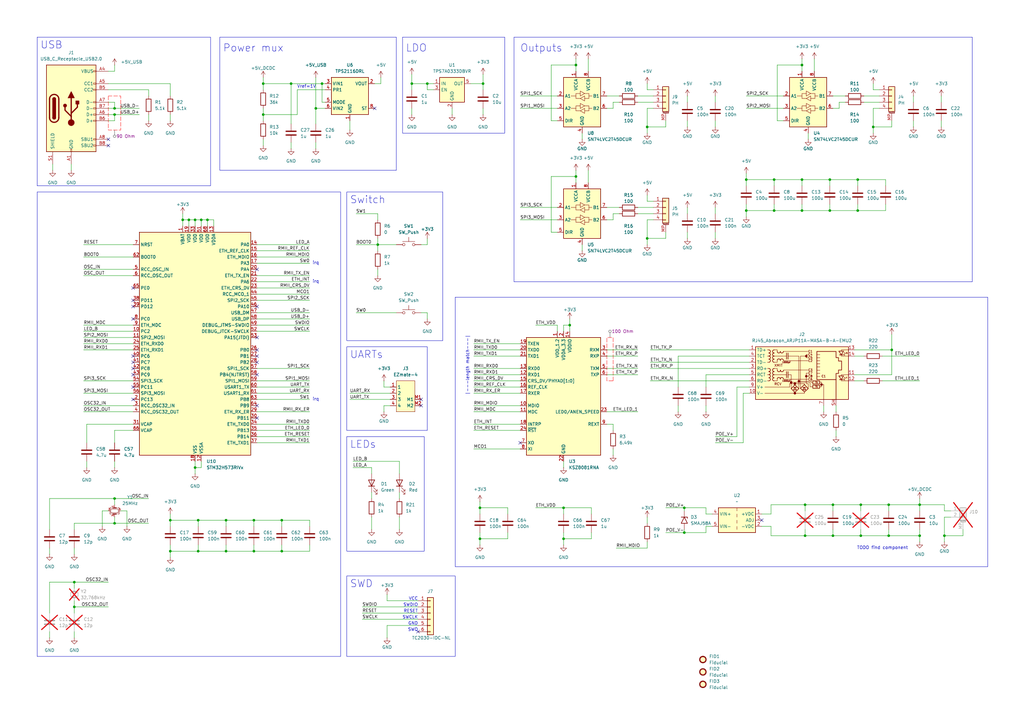
<source format=kicad_sch>
(kicad_sch (version 20250114) (generator "eeschema") (generator_version "9.0")
  (paper "A3")
  (rectangle (start 15.24 15.24) (end 86.36 76.2))
  (rectangle (start 142.24 78.74) (end 181.61 139.7))
  (rectangle (start 186.69 121.92) (end 405.13 232.41))
  (rectangle (start 142.24 142.24) (end 175.26 176.53))
  (rectangle (start 142.24 179.07) (end 173.99 226.06))
  (rectangle (start 15.24 78.74) (end 139.7 269.24))
  (rectangle (start 210.82 15.24) (end 398.78 115.57))
  (rectangle (start 142.24 236.22) (end 186.69 269.24))
  (rectangle (start 90.17 15.24) (end 162.56 69.85))
  (rectangle (start 165.1 15.24) (end 207.01 54.61))
  (text "RESET" (at 171.45 251.46 0) (effects (font (size 1.27 1.27)) (justify right bottom)))
  (text "Outputs" (at 213.36 21.59 0) (effects (font (size 3 3)) (justify left bottom)))
  (text "irq" (at 129.54 107.95 0) (effects (font (size 1.27 1.27))))
  (text "USB" (at 16.51 20.32 0) (effects (font (size 3 3)) (justify left bottom)))
  (text "irq" (at 129.54 115.57 0) (effects (font (size 1.27 1.27))))
  (text "SWD" (at 143.51 241.3 0) (effects (font (size 3 3)) (justify left bottom)))
  (text "|---length match---|" (at 191.77 149.86 90) (effects (font (size 1.27 1.27))))
  (text "LEDs" (at 143.51 184.15 0) (effects (font (size 3 3)) (justify left bottom)))
  (text "SWDIO" (at 171.45 248.92 0) (effects (font (size 1.27 1.27)) (justify right bottom)))
  (text "TODO find component" (at 361.95 224.79 0) (effects (font (size 1.27 1.27))))
  (text "GND" (at 171.45 256.54 0) (effects (font (size 1.27 1.27)) (justify right bottom)))
  (text "SWO" (at 171.45 259.08 0) (effects (font (size 1.27 1.27)) (justify right bottom)))
  (text "Switch" (at 143.51 83.82 0) (effects (font (size 3 3)) (justify left bottom)))
  (text "Vref=1V" (at 125.73 35.56 0) (effects (font (size 1.27 1.27))))
  (text "SWCLK" (at 171.45 254 0) (effects (font (size 1.27 1.27)) (justify right bottom)))
  (text "Power mux" (at 91.44 21.59 0) (effects (font (size 3 3)) (justify left bottom)))
  (text "irq" (at 129.54 163.83 0) (effects (font (size 1.27 1.27))))
  (text "LDO" (at 166.37 21.59 0) (effects (font (size 3 3)) (justify left bottom)))
  (text "UARTs" (at 143.51 147.32 0) (effects (font (size 3 3)) (justify left bottom)))
  (text "VCC" (at 171.45 246.38 0) (effects (font (size 1.27 1.27)) (justify right bottom)))
  (junction (at 377.19 219.71))
  (junction (at 265.43 97.79))
  (junction (at 119.38 34.29))
  (junction (at 129.54 44.45))
  (junction (at 69.85 226.06))
  (junction (at 104.14 213.36))
  (junction (at 358.14 52.07))
  (junction (at 80.01 191.77))
  (junction (at 175.26 34.29))
  (junction (at 115.57 213.36))
  (junction (at 328.93 73.66))
  (junction (at 231.14 208.28))
  (junction (at 387.35 219.71))
  (junction (at 104.14 226.06))
  (junction (at 69.85 213.36))
  (junction (at 330.2 219.71))
  (junction (at 46.99 204.47))
  (junction (at 82.55 90.17))
  (junction (at 265.43 52.07))
  (junction (at 81.28 213.36))
  (junction (at 107.95 34.29))
  (junction (at 30.48 238.76))
  (junction (at 74.93 90.17))
  (junction (at 236.22 26.67))
  (junction (at 328.93 26.67))
  (junction (at 364.49 207.01))
  (junction (at 46.99 44.45))
  (junction (at 377.19 207.01))
  (junction (at 353.06 219.71))
  (junction (at 92.71 213.36))
  (junction (at 317.5 73.66))
  (junction (at 233.68 133.35))
  (junction (at 168.91 34.29))
  (junction (at 115.57 226.06))
  (junction (at 154.94 100.33))
  (junction (at 236.22 72.39))
  (junction (at 353.06 207.01))
  (junction (at 341.63 219.71))
  (junction (at 132.08 34.29))
  (junction (at 364.49 219.71))
  (junction (at 198.12 34.29))
  (junction (at 280.67 208.28))
  (junction (at 317.5 86.36))
  (junction (at 30.48 248.92))
  (junction (at 328.93 86.36))
  (junction (at 85.09 90.17))
  (junction (at 81.28 226.06))
  (junction (at 340.36 86.36))
  (junction (at 77.47 90.17))
  (junction (at 196.85 220.98))
  (junction (at 46.99 214.63))
  (junction (at 80.01 90.17))
  (junction (at 46.99 46.99))
  (junction (at 92.71 226.06))
  (junction (at 351.79 73.66))
  (junction (at 196.85 208.28))
  (junction (at 231.14 220.98))
  (junction (at 280.67 218.44))
  (junction (at 306.07 73.66))
  (junction (at 365.76 143.51))
  (junction (at 351.79 86.36))
  (junction (at 306.07 86.36))
  (junction (at 107.95 46.99))
  (junction (at 341.63 207.01))
  (junction (at 340.36 73.66))
  (junction (at 330.2 207.01))
  (no_connect (at 54.61 118.11))
  (no_connect (at 172.72 166.37))
  (no_connect (at 105.41 138.43))
  (no_connect (at 172.72 163.83))
  (no_connect (at 54.61 148.59))
  (no_connect (at 105.41 146.05))
  (no_connect (at 105.41 171.45))
  (no_connect (at 171.45 259.08))
  (no_connect (at 54.61 130.81))
  (no_connect (at 54.61 163.83))
  (no_connect (at 105.41 143.51))
  (no_connect (at 105.41 110.49))
  (no_connect (at 44.45 57.15))
  (no_connect (at 44.45 59.69))
  (no_connect (at 105.41 153.67))
  (no_connect (at 105.41 166.37))
  (no_connect (at 213.36 181.61))
  (no_connect (at 54.61 146.05))
  (no_connect (at 153.67 44.45))
  (no_connect (at 54.61 158.75))
  (no_connect (at 105.41 148.59))
  (no_connect (at 54.61 151.13))
  (no_connect (at 312.42 213.36))
  (no_connect (at 54.61 125.73))
  (no_connect (at 54.61 123.19))
  (no_connect (at 105.41 125.73))
  (no_connect (at 54.61 153.67))
  (wire (pts (xy 365.76 49.53) (xy 365.76 52.07)))
  (wire (pts (xy 107.95 57.15) (xy 107.95 59.69)))
  (wire (pts (xy 261.62 39.37) (xy 267.97 39.37)))
  (wire (pts (xy 248.92 153.67) (xy 261.62 153.67)))
  (wire (pts (xy 107.95 31.75) (xy 107.95 34.29)))
  (wire (pts (xy 374.65 49.53) (xy 374.65 52.07)))
  (wire (pts (xy 242.57 208.28) (xy 242.57 210.82)))
  (wire (pts (xy 20.32 204.47) (xy 20.32 217.17)))
  (wire (pts (xy 280.67 218.44) (xy 289.56 218.44)))
  (wire (pts (xy 46.99 214.63) (xy 60.96 214.63)))
  (wire (pts (xy 54.61 176.53) (xy 46.99 176.53)))
  (wire (pts (xy 219.71 208.28) (xy 231.14 208.28)))
  (wire (pts (xy 119.38 58.42) (xy 119.38 60.96)))
  (wire (pts (xy 360.68 36.83) (xy 358.14 36.83)))
  (wire (pts (xy 115.57 213.36) (xy 104.14 213.36)))
  (wire (pts (xy 330.2 217.17) (xy 330.2 219.71)))
  (wire (pts (xy 273.05 208.28) (xy 280.67 208.28)))
  (wire (pts (xy 49.53 209.55) (xy 52.07 209.55)))
  (wire (pts (xy 281.94 39.37) (xy 281.94 41.91)))
  (wire (pts (xy 146.05 128.27) (xy 162.56 128.27)))
  (wire (pts (xy 265.43 90.17) (xy 265.43 97.79)))
  (wire (pts (xy 350.52 153.67) (xy 365.76 153.67)))
  (wire (pts (xy 20.32 259.08) (xy 20.32 261.62)))
  (wire (pts (xy 341.63 39.37) (xy 346.71 39.37)))
  (wire (pts (xy 350.52 146.05) (xy 354.33 146.05)))
  (wire (pts (xy 251.46 87.63) (xy 254 87.63)))
  (wire (pts (xy 41.91 209.55) (xy 41.91 215.9)))
  (wire (pts (xy 248.92 173.99) (xy 251.46 173.99)))
  (wire (pts (xy 365.76 143.51) (xy 365.76 137.16)))
  (wire (pts (xy 344.17 41.91) (xy 346.71 41.91)))
  (wire (pts (xy 377.19 207.01) (xy 377.19 209.55)))
  (wire (pts (xy 273.05 218.44) (xy 280.67 218.44)))
  (wire (pts (xy 92.71 223.52) (xy 92.71 226.06)))
  (wire (pts (xy 132.08 41.91) (xy 132.08 34.29)))
  (wire (pts (xy 358.14 44.45) (xy 358.14 52.07)))
  (wire (pts (xy 307.34 161.29) (xy 304.8 161.29)))
  (wire (pts (xy 46.99 29.21) (xy 46.99 26.67)))
  (wire (pts (xy 306.07 83.82) (xy 306.07 86.36)))
  (wire (pts (xy 236.22 24.13) (xy 236.22 26.67)))
  (wire (pts (xy 107.95 46.99) (xy 107.95 49.53)))
  (wire (pts (xy 196.85 205.74) (xy 196.85 208.28)))
  (wire (pts (xy 278.13 146.05) (xy 278.13 158.75)))
  (wire (pts (xy 306.07 39.37) (xy 321.31 39.37)))
  (wire (pts (xy 377.19 207.01) (xy 387.35 207.01)))
  (wire (pts (xy 194.31 168.91) (xy 213.36 168.91)))
  (wire (pts (xy 341.63 219.71) (xy 341.63 217.17)))
  (wire (pts (xy 251.46 90.17) (xy 251.46 87.63)))
  (wire (pts (xy 60.96 36.83) (xy 60.96 39.37)))
  (wire (pts (xy 358.14 52.07) (xy 358.14 54.61)))
  (wire (pts (xy 228.6 49.53) (xy 226.06 49.53)))
  (wire (pts (xy 104.14 213.36) (xy 104.14 215.9)))
  (wire (pts (xy 361.95 146.05) (xy 377.19 146.05)))
  (wire (pts (xy 129.54 31.75) (xy 129.54 44.45)))
  (wire (pts (xy 46.99 214.63) (xy 46.99 212.09)))
  (wire (pts (xy 152.4 191.77) (xy 152.4 194.31)))
  (wire (pts (xy 267.97 36.83) (xy 265.43 36.83)))
  (wire (pts (xy 105.41 158.75) (xy 127 158.75)))
  (wire (pts (xy 281.94 49.53) (xy 281.94 52.07)))
  (wire (pts (xy 194.31 158.75) (xy 213.36 158.75)))
  (wire (pts (xy 377.19 219.71) (xy 377.19 222.25)))
  (wire (pts (xy 238.76 54.61) (xy 238.76 57.15)))
  (wire (pts (xy 198.12 34.29) (xy 198.12 36.83)))
  (wire (pts (xy 228.6 95.25) (xy 226.06 95.25)))
  (wire (pts (xy 80.01 90.17) (xy 82.55 90.17)))
  (wire (pts (xy 231.14 218.44) (xy 231.14 220.98)))
  (wire (pts (xy 69.85 223.52) (xy 69.85 226.06)))
  (wire (pts (xy 358.14 36.83) (xy 358.14 34.29)))
  (wire (pts (xy 341.63 207.01) (xy 353.06 207.01)))
  (wire (pts (xy 168.91 34.29) (xy 168.91 36.83)))
  (wire (pts (xy 236.22 69.85) (xy 236.22 72.39)))
  (wire (pts (xy 317.5 86.36) (xy 328.93 86.36)))
  (wire (pts (xy 156.21 34.29) (xy 153.67 34.29)))
  (wire (pts (xy 115.57 226.06) (xy 104.14 226.06)))
  (wire (pts (xy 251.46 173.99) (xy 251.46 176.53)))
  (wire (pts (xy 74.93 90.17) (xy 77.47 90.17)))
  (wire (pts (xy 213.36 85.09) (xy 228.6 85.09)))
  (wire (pts (xy 46.99 46.99) (xy 57.15 46.99)))
  (wire (pts (xy 127 213.36) (xy 127 215.9)))
  (wire (pts (xy 34.29 161.29) (xy 54.61 161.29)))
  (wire (pts (xy 121.92 46.99) (xy 121.92 36.83)))
  (wire (pts (xy 251.46 44.45) (xy 251.46 41.91)))
  (wire (pts (xy 46.99 204.47) (xy 46.99 207.01)))
  (wire (pts (xy 316.23 215.9) (xy 316.23 219.71)))
  (wire (pts (xy 261.62 87.63) (xy 267.97 87.63)))
  (wire (pts (xy 194.31 166.37) (xy 213.36 166.37)))
  (wire (pts (xy 377.19 219.71) (xy 377.19 217.17)))
  (wire (pts (xy 351.79 86.36) (xy 363.22 86.36)))
  (wire (pts (xy 129.54 58.42) (xy 129.54 60.96)))
  (wire (pts (xy 377.19 204.47) (xy 377.19 207.01)))
  (wire (pts (xy 105.41 156.21) (xy 127 156.21)))
  (wire (pts (xy 107.95 34.29) (xy 107.95 36.83)))
  (wire (pts (xy 21.59 67.31) (xy 21.59 69.85)))
  (wire (pts (xy 132.08 34.29) (xy 133.35 34.29)))
  (wire (pts (xy 306.07 86.36) (xy 306.07 88.9)))
  (wire (pts (xy 289.56 210.82) (xy 292.1 210.82)))
  (wire (pts (xy 44.45 49.53) (xy 46.99 49.53)))
  (wire (pts (xy 226.06 49.53) (xy 226.06 26.67)))
  (wire (pts (xy 328.93 26.67) (xy 328.93 29.21)))
  (wire (pts (xy 194.31 176.53) (xy 213.36 176.53)))
  (wire (pts (xy 30.48 241.3) (xy 30.48 238.76)))
  (wire (pts (xy 105.41 102.87) (xy 127 102.87)))
  (wire (pts (xy 30.48 238.76) (xy 20.32 238.76)))
  (wire (pts (xy 351.79 73.66) (xy 363.22 73.66)))
  (wire (pts (xy 105.41 168.91) (xy 127 168.91)))
  (wire (pts (xy 119.38 34.29) (xy 119.38 50.8)))
  (wire (pts (xy 152.4 201.93) (xy 152.4 204.47)))
  (wire (pts (xy 337.82 166.37) (xy 337.82 168.91)))
  (wire (pts (xy 289.56 153.67) (xy 307.34 153.67)))
  (wire (pts (xy 92.71 213.36) (xy 104.14 213.36)))
  (wire (pts (xy 328.93 86.36) (xy 340.36 86.36)))
  (wire (pts (xy 44.45 34.29) (xy 69.85 34.29)))
  (wire (pts (xy 330.2 207.01) (xy 341.63 207.01)))
  (wire (pts (xy 208.28 208.28) (xy 208.28 210.82)))
  (wire (pts (xy 69.85 213.36) (xy 69.85 215.9)))
  (wire (pts (xy 34.29 133.35) (xy 54.61 133.35)))
  (wire (pts (xy 157.48 158.75) (xy 157.48 156.21)))
  (wire (pts (xy 233.68 133.35) (xy 233.68 135.89)))
  (wire (pts (xy 354.33 39.37) (xy 360.68 39.37)))
  (wire (pts (xy 105.41 115.57) (xy 127 115.57)))
  (wire (pts (xy 353.06 207.01) (xy 364.49 207.01)))
  (wire (pts (xy 196.85 218.44) (xy 196.85 220.98)))
  (wire (pts (xy 34.29 113.03) (xy 54.61 113.03)))
  (wire (pts (xy 289.56 218.44) (xy 289.56 215.9)))
  (wire (pts (xy 30.48 238.76) (xy 44.45 238.76)))
  (wire (pts (xy 248.92 44.45) (xy 251.46 44.45)))
  (wire (pts (xy 105.41 163.83) (xy 127 163.83)))
  (wire (pts (xy 328.93 73.66) (xy 328.93 76.2)))
  (wire (pts (xy 213.36 39.37) (xy 228.6 39.37)))
  (wire (pts (xy 81.28 213.36) (xy 69.85 213.36)))
  (wire (pts (xy 154.94 100.33) (xy 162.56 100.33)))
  (wire (pts (xy 158.75 246.38) (xy 158.75 243.84)))
  (wire (pts (xy 148.59 254) (xy 171.45 254)))
  (wire (pts (xy 29.21 67.31) (xy 29.21 69.85)))
  (wire (pts (xy 105.41 179.07) (xy 127 179.07)))
  (wire (pts (xy 44.45 46.99) (xy 46.99 46.99)))
  (wire (pts (xy 105.41 105.41) (xy 127 105.41)))
  (wire (pts (xy 115.57 213.36) (xy 115.57 215.9)))
  (wire (pts (xy 80.01 191.77) (xy 80.01 194.31)))
  (wire (pts (xy 105.41 135.89) (xy 127 135.89)))
  (wire (pts (xy 231.14 220.98) (xy 231.14 223.52)))
  (wire (pts (xy 340.36 73.66) (xy 340.36 76.2)))
  (wire (pts (xy 387.35 209.55) (xy 387.35 207.01)))
  (wire (pts (xy 105.41 120.65) (xy 127 120.65)))
  (wire (pts (xy 87.63 90.17) (xy 87.63 92.71)))
  (wire (pts (xy 152.4 212.09) (xy 152.4 217.17)))
  (wire (pts (xy 289.56 215.9) (xy 292.1 215.9)))
  (wire (pts (xy 281.94 85.09) (xy 281.94 87.63)))
  (wire (pts (xy 265.43 224.79) (xy 265.43 222.25)))
  (wire (pts (xy 69.85 210.82) (xy 69.85 213.36)))
  (wire (pts (xy 30.48 224.79) (xy 30.48 227.33)))
  (wire (pts (xy 248.92 85.09) (xy 254 85.09)))
  (wire (pts (xy 44.45 29.21) (xy 46.99 29.21)))
  (wire (pts (xy 334.01 24.13) (xy 334.01 29.21)))
  (wire (pts (xy 30.48 214.63) (xy 30.48 217.17)))
  (wire (pts (xy 144.78 189.23) (xy 163.83 189.23)))
  (wire (pts (xy 316.23 219.71) (xy 330.2 219.71)))
  (wire (pts (xy 364.49 219.71) (xy 377.19 219.71)))
  (wire (pts (xy 321.31 49.53) (xy 318.77 49.53)))
  (wire (pts (xy 236.22 72.39) (xy 236.22 74.93)))
  (wire (pts (xy 80.01 191.77) (xy 82.55 191.77)))
  (wire (pts (xy 105.41 181.61) (xy 127 181.61)))
  (wire (pts (xy 387.35 219.71) (xy 387.35 222.25)))
  (wire (pts (xy 46.99 176.53) (xy 46.99 181.61)))
  (wire (pts (xy 386.08 49.53) (xy 386.08 52.07)))
  (wire (pts (xy 312.42 215.9) (xy 316.23 215.9)))
  (wire (pts (xy 46.99 189.23) (xy 46.99 191.77)))
  (wire (pts (xy 342.9 168.91) (xy 342.9 166.37)))
  (wire (pts (xy 34.29 135.89) (xy 54.61 135.89)))
  (wire (pts (xy 289.56 208.28) (xy 289.56 210.82)))
  (wire (pts (xy 105.41 176.53) (xy 127 176.53)))
  (wire (pts (xy 143.51 163.83) (xy 160.02 163.83)))
  (wire (pts (xy 242.57 208.28) (xy 231.14 208.28)))
  (wire (pts (xy 363.22 86.36) (xy 363.22 83.82)))
  (wire (pts (xy 46.99 204.47) (xy 60.96 204.47)))
  (wire (pts (xy 194.31 161.29) (xy 213.36 161.29)))
  (wire (pts (xy 342.9 179.07) (xy 342.9 176.53)))
  (wire (pts (xy 105.41 128.27) (xy 127 128.27)))
  (wire (pts (xy 307.34 158.75) (xy 302.26 158.75)))
  (wire (pts (xy 46.99 41.91) (xy 46.99 44.45)))
  (wire (pts (xy 196.85 208.28) (xy 196.85 210.82)))
  (wire (pts (xy 267.97 44.45) (xy 265.43 44.45)))
  (wire (pts (xy 236.22 26.67) (xy 236.22 29.21)))
  (wire (pts (xy 77.47 90.17) (xy 77.47 92.71)))
  (wire (pts (xy 364.49 207.01) (xy 364.49 209.55)))
  (wire (pts (xy 34.29 166.37) (xy 54.61 166.37)))
  (wire (pts (xy 163.83 201.93) (xy 163.83 204.47)))
  (wire (pts (xy 330.2 207.01) (xy 330.2 209.55)))
  (wire (pts (xy 34.29 143.51) (xy 54.61 143.51)))
  (wire (pts (xy 168.91 34.29) (xy 168.91 30.48)))
  (wire (pts (xy 304.8 161.29) (xy 304.8 181.61)))
  (wire (pts (xy 330.2 219.71) (xy 341.63 219.71)))
  (wire (pts (xy 266.7 156.21) (xy 307.34 156.21)))
  (wire (pts (xy 317.5 83.82) (xy 317.5 86.36)))
  (wire (pts (xy 289.56 153.67) (xy 289.56 158.75)))
  (wire (pts (xy 306.07 73.66) (xy 317.5 73.66)))
  (wire (pts (xy 318.77 26.67) (xy 328.93 26.67)))
  (wire (pts (xy 387.35 212.09) (xy 387.35 219.71)))
  (wire (pts (xy 80.01 189.23) (xy 80.01 191.77)))
  (wire (pts (xy 175.26 97.79) (xy 175.26 100.33)))
  (wire (pts (xy 194.31 173.99) (xy 213.36 173.99)))
  (wire (pts (xy 293.37 85.09) (xy 293.37 87.63)))
  (wire (pts (xy 80.01 90.17) (xy 80.01 92.71)))
  (wire (pts (xy 241.3 69.85) (xy 241.3 74.93)))
  (wire (pts (xy 35.56 189.23) (xy 35.56 191.77)))
  (wire (pts (xy 107.95 46.99) (xy 121.92 46.99)))
  (wire (pts (xy 157.48 166.37) (xy 160.02 166.37)))
  (wire (pts (xy 360.68 44.45) (xy 358.14 44.45)))
  (wire (pts (xy 316.23 207.01) (xy 330.2 207.01)))
  (wire (pts (xy 361.95 156.21) (xy 377.19 156.21)))
  (wire (pts (xy 34.29 138.43) (xy 54.61 138.43)))
  (wire (pts (xy 30.48 248.92) (xy 44.45 248.92)))
  (wire (pts (xy 20.32 224.79) (xy 20.32 227.33)))
  (wire (pts (xy 30.48 246.38) (xy 30.48 248.92)))
  (wire (pts (xy 233.68 130.81) (xy 233.68 133.35)))
  (wire (pts (xy 248.92 143.51) (xy 261.62 143.51)))
  (wire (pts (xy 226.06 95.25) (xy 226.06 72.39)))
  (wire (pts (xy 340.36 86.36) (xy 351.79 86.36)))
  (wire (pts (xy 280.67 208.28) (xy 289.56 208.28)))
  (wire (pts (xy 175.26 34.29) (xy 175.26 36.83)))
  (wire (pts (xy 194.31 153.67) (xy 213.36 153.67)))
  (wire (pts (xy 34.29 140.97) (xy 54.61 140.97)))
  (wire (pts (xy 251.46 184.15) (xy 251.46 186.69)))
  (wire (pts (xy 358.14 52.07) (xy 365.76 52.07)))
  (wire (pts (xy 261.62 85.09) (xy 267.97 85.09)))
  (wire (pts (xy 105.41 100.33) (xy 127 100.33)))
  (wire (pts (xy 69.85 34.29) (xy 69.85 39.37)))
  (wire (pts (xy 198.12 44.45) (xy 198.12 46.99)))
  (wire (pts (xy 194.31 184.15) (xy 213.36 184.15)))
  (wire (pts (xy 241.3 24.13) (xy 241.3 29.21)))
  (wire (pts (xy 85.09 90.17) (xy 87.63 90.17)))
  (wire (pts (xy 248.92 39.37) (xy 254 39.37)))
  (wire (pts (xy 242.57 220.98) (xy 231.14 220.98)))
  (wire (pts (xy 54.61 173.99) (xy 35.56 173.99)))
  (wire (pts (xy 251.46 41.91) (xy 254 41.91)))
  (wire (pts (xy 92.71 226.06) (xy 81.28 226.06)))
  (wire (pts (xy 154.94 97.79) (xy 154.94 100.33)))
  (wire (pts (xy 351.79 86.36) (xy 351.79 83.82)))
  (wire (pts (xy 171.45 256.54) (xy 158.75 256.54)))
  (wire (pts (xy 248.92 146.05) (xy 261.62 146.05)))
  (wire (pts (xy 266.7 143.51) (xy 307.34 143.51)))
  (wire (pts (xy 328.93 86.36) (xy 328.93 83.82)))
  (wire (pts (xy 175.26 128.27) (xy 175.26 130.81)))
  (wire (pts (xy 341.63 219.71) (xy 353.06 219.71)))
  (wire (pts (xy 143.51 161.29) (xy 160.02 161.29)))
  (wire (pts (xy 74.93 87.63) (xy 74.93 90.17)))
  (wire (pts (xy 267.97 90.17) (xy 265.43 90.17)))
  (wire (pts (xy 331.47 54.61) (xy 331.47 57.15)))
  (wire (pts (xy 30.48 248.92) (xy 30.48 251.46)))
  (wire (pts (xy 231.14 135.89) (xy 231.14 133.35)))
  (wire (pts (xy 316.23 210.82) (xy 316.23 207.01)))
  (wire (pts (xy 265.43 212.09) (xy 265.43 214.63)))
  (wire (pts (xy 208.28 218.44) (xy 208.28 220.98)))
  (wire (pts (xy 386.08 39.37) (xy 386.08 41.91)))
  (wire (pts (xy 389.89 212.09) (xy 387.35 212.09)))
  (wire (pts (xy 353.06 207.01) (xy 353.06 209.55)))
  (wire (pts (xy 44.45 36.83) (xy 60.96 36.83)))
  (wire (pts (xy 293.37 39.37) (xy 293.37 41.91)))
  (wire (pts (xy 30.48 259.08) (xy 30.48 261.62)))
  (wire (pts (xy 293.37 95.25) (xy 293.37 97.79)))
  (wire (pts (xy 46.99 44.45) (xy 57.15 44.45)))
  (wire (pts (xy 185.42 44.45) (xy 185.42 46.99)))
  (wire (pts (xy 82.55 90.17) (xy 85.09 90.17)))
  (wire (pts (xy 248.92 151.13) (xy 261.62 151.13)))
  (wire (pts (xy 144.78 191.77) (xy 152.4 191.77)))
  (wire (pts (xy 35.56 173.99) (xy 35.56 181.61)))
  (wire (pts (xy 306.07 73.66) (xy 306.07 76.2)))
  (wire (pts (xy 353.06 219.71) (xy 364.49 219.71)))
  (wire (pts (xy 231.14 191.77) (xy 231.14 189.23)))
  (wire (pts (xy 34.29 168.91) (xy 54.61 168.91)))
  (wire (pts (xy 177.8 36.83) (xy 175.26 36.83)))
  (wire (pts (xy 248.92 168.91) (xy 261.62 168.91)))
  (wire (pts (xy 261.62 41.91) (xy 267.97 41.91)))
  (wire (pts (xy 92.71 226.06) (xy 104.14 226.06)))
  (wire (pts (xy 226.06 72.39) (xy 236.22 72.39)))
  (wire (pts (xy 46.99 204.47) (xy 20.32 204.47)))
  (wire (pts (xy 44.45 41.91) (xy 46.99 41.91)))
  (wire (pts (xy 194.31 140.97) (xy 213.36 140.97)))
  (wire (pts (xy 194.31 146.05) (xy 213.36 146.05)))
  (wire (pts (xy 82.55 189.23) (xy 82.55 191.77)))
  (wire (pts (xy 194.31 143.51) (xy 213.36 143.51)))
  (wire (pts (xy 248.92 90.17) (xy 251.46 90.17)))
  (wire (pts (xy 364.49 219.71) (xy 364.49 217.17)))
  (wire (pts (xy 389.89 209.55) (xy 387.35 209.55)))
  (wire (pts (xy 158.75 256.54) (xy 158.75 261.62)))
  (wire (pts (xy 387.35 219.71) (xy 394.97 219.71)))
  (wire (pts (xy 175.26 34.29) (xy 177.8 34.29)))
  (wire (pts (xy 129.54 44.45) (xy 133.35 44.45)))
  (wire (pts (xy 133.35 41.91) (xy 132.08 41.91)))
  (wire (pts (xy 344.17 44.45) (xy 344.17 41.91)))
  (wire (pts (xy 226.06 26.67) (xy 236.22 26.67)))
  (wire (pts (xy 119.38 34.29) (xy 132.08 34.29)))
  (wire (pts (xy 34.29 110.49) (xy 54.61 110.49)))
  (wire (pts (xy 34.29 156.21) (xy 54.61 156.21)))
  (wire (pts (xy 160.02 158.75) (xy 157.48 158.75)))
  (wire (pts (xy 208.28 208.28) (xy 196.85 208.28)))
  (wire (pts (xy 129.54 44.45) (xy 129.54 50.8)))
  (wire (pts (xy 328.93 24.13) (xy 328.93 26.67)))
  (wire (pts (xy 193.04 34.29) (xy 198.12 34.29)))
  (wire (pts (xy 394.97 217.17) (xy 394.97 219.71)))
  (wire (pts (xy 105.41 133.35) (xy 127 133.35)))
  (wire (pts (xy 154.94 113.03) (xy 154.94 110.49)))
  (wire (pts (xy 127 226.06) (xy 115.57 226.06)))
  (wire (pts (xy 194.31 151.13) (xy 213.36 151.13)))
  (wire (pts (xy 312.42 210.82) (xy 316.23 210.82)))
  (wire (pts (xy 266.7 151.13) (xy 307.34 151.13)))
  (wire (pts (xy 60.96 46.99) (xy 60.96 49.53)))
  (wire (pts (xy 364.49 207.01) (xy 377.19 207.01)))
  (wire (pts (xy 157.48 168.91) (xy 157.48 166.37)))
  (wire (pts (xy 154.94 87.63) (xy 154.94 90.17)))
  (wire (pts (xy 328.93 73.66) (xy 340.36 73.66)))
  (wire (pts (xy 146.05 87.63) (xy 154.94 87.63)))
  (wire (pts (xy 115.57 223.52) (xy 115.57 226.06)))
  (wire (pts (xy 280.67 217.17) (xy 280.67 218.44)))
  (wire (pts (xy 105.41 107.95) (xy 127 107.95)))
  (wire (pts (xy 340.36 73.66) (xy 351.79 73.66)))
  (wire (pts (xy 105.41 173.99) (xy 127 173.99)))
  (wire (pts (xy 163.83 212.09) (xy 163.83 217.17)))
  (wire (pts (xy 213.36 44.45) (xy 228.6 44.45)))
  (wire (pts (xy 266.7 148.59) (xy 307.34 148.59)))
  (wire (pts (xy 44.45 44.45) (xy 46.99 44.45)))
  (wire (pts (xy 105.41 113.03) (xy 127 113.03)))
  (wire (pts (xy 302.26 158.75) (xy 302.26 179.07)))
  (wire (pts (xy 163.83 189.23) (xy 163.83 194.31)))
  (wire (pts (xy 293.37 49.53) (xy 293.37 52.07)))
  (wire (pts (xy 208.28 220.98) (xy 196.85 220.98)))
  (wire (pts (xy 306.07 86.36) (xy 317.5 86.36)))
  (wire (pts (xy 231.14 133.35) (xy 233.68 133.35)))
  (wire (pts (xy 273.05 49.53) (xy 273.05 52.07)))
  (wire (pts (xy 306.07 71.12) (xy 306.07 73.66)))
  (wire (pts (xy 92.71 213.36) (xy 92.71 215.9)))
  (wire (pts (xy 265.43 97.79) (xy 273.05 97.79)))
  (wire (pts (xy 242.57 218.44) (xy 242.57 220.98)))
  (wire (pts (xy 353.06 219.71) (xy 353.06 217.17)))
  (wire (pts (xy 175.26 34.29) (xy 168.91 34.29)))
  (wire (pts (xy 81.28 226.06) (xy 69.85 226.06)))
  (wire (pts (xy 273.05 95.25) (xy 273.05 97.79)))
  (wire (pts (xy 365.76 153.67) (xy 365.76 143.51)))
  (wire (pts (xy 74.93 90.17) (xy 74.93 92.71)))
  (wire (pts (xy 363.22 73.66) (xy 363.22 76.2)))
  (wire (pts (xy 228.6 135.89) (xy 228.6 133.35)))
  (wire (pts (xy 172.72 100.33) (xy 175.26 100.33)))
  (wire (pts (xy 280.67 208.28) (xy 280.67 209.55)))
  (wire (pts (xy 143.51 53.34) (xy 143.51 49.53)))
  (wire (pts (xy 105.41 118.11) (xy 127 118.11)))
  (wire (pts (xy 317.5 73.66) (xy 328.93 73.66)))
  (wire (pts (xy 105.41 161.29) (xy 127 161.29)))
  (wire (pts (xy 77.47 90.17) (xy 80.01 90.17)))
  (wire (pts (xy 350.52 143.51) (xy 365.76 143.51)))
  (wire (pts (xy 318.77 49.53) (xy 318.77 26.67)))
  (wire (pts (xy 115.57 213.36) (xy 127 213.36)))
  (wire (pts (xy 265.43 97.79) (xy 265.43 100.33)))
  (wire (pts (xy 278.13 146.05) (xy 307.34 146.05)))
  (wire (pts (xy 265.43 82.55) (xy 265.43 80.01)))
  (wire (pts (xy 265.43 52.07) (xy 273.05 52.07)))
  (wire (pts (xy 34.29 105.41) (xy 54.61 105.41)))
  (wire (pts (xy 238.76 100.33) (xy 238.76 102.87)))
  (wire (pts (xy 81.28 223.52) (xy 81.28 226.06)))
  (wire (pts (xy 341.63 44.45) (xy 344.17 44.45)))
  (wire (pts (xy 278.13 166.37) (xy 278.13 168.91)))
  (wire (pts (xy 69.85 226.06) (xy 69.85 228.6)))
  (wire (pts (xy 198.12 30.48) (xy 198.12 34.29)))
  (wire (pts (xy 85.09 90.17) (xy 85.09 92.71)))
  (wire (pts (xy 265.43 36.83) (xy 265.43 34.29)))
  (wire (pts (xy 127 223.52) (xy 127 226.06)))
  (wire (pts (xy 350.52 156.21) (xy 354.33 156.21)))
  (wire (pts (xy 105.41 130.81) (xy 127 130.81)))
  (wire (pts (xy 281.94 95.25) (xy 281.94 97.79)))
  (wire (pts (xy 20.32 238.76) (xy 20.32 251.46)))
  (wire (pts (xy 354.33 41.91) (xy 360.68 41.91)))
  (wire (pts (xy 107.95 44.45) (xy 107.95 46.99)))
  (wire (pts (xy 69.85 46.99) (xy 69.85 49.53)))
  (wire (pts (xy 219.71 133.35) (xy 228.6 133.35)))
  (wire (pts (xy 341.63 207.01) (xy 341.63 209.55)))
  (wire (pts (xy 121.92 36.83) (xy 133.35 36.83)))
  (wire (pts (xy 107.95 34.29) (xy 119.38 34.29)))
  (wire (pts (xy 105.41 123.19) (xy 127 123.19)))
  (wire (pts (xy 104.14 223.52) (xy 104.14 226.06)))
  (wire (pts (xy 105.41 151.13) (xy 127 151.13)))
  (wire (pts (xy 374.65 39.37) (xy 374.65 41.91)))
  (wire (pts (xy 168.91 44.45) (xy 168.91 46.99)))
  (wire (pts (xy 46.99 49.53) (xy 46.99 46.99)))
  (wire (pts (xy 154.94 100.33) (xy 154.94 102.87)))
  (wire (pts (xy 252.73 224.79) (xy 265.43 224.79)))
  (wire (pts (xy 52.07 209.55) (xy 52.07 215.9)))
  (wire (pts (xy 306.07 44.45) (xy 321.31 44.45)))
  (wire (pts (xy 148.59 251.46) (xy 171.45 251.46)))
  (wire (pts (xy 81.28 213.36) (xy 81.28 215.9)))
  (wire (pts (xy 293.37 179.07) (xy 302.26 179.07)))
  (wire (pts (xy 82.55 90.17) (xy 82.55 92.71)))
  (wire (pts (xy 289.56 166.37) (xy 289.56 168.91)))
  (wire (pts (xy 172.72 128.27) (xy 175.26 128.27)))
  (wire (pts (xy 340.36 86.36) (xy 340.36 83.82)))
  (wire (pts (xy 81.28 213.36) (xy 92.71 213.36)))
  (wire (pts (xy 196.85 220.98) (xy 196.85 223.52)))
  (wire (pts (xy 146.05 100.33) (xy 154.94 100.33)))
  (wire (pts (xy 351.79 73.66) (xy 351.79 76.2)))
  (wire (pts (xy 34.29 100.33) (xy 54.61 100.33)))
  (wire (pts (xy 231.14 208.28) (xy 231.14 210.82)))
  (wire (pts (xy 171.45 246.38) (xy 158.75 246.38)))
  (wire (pts (xy 267.97 82.55) (xy 265.43 82.55)))
  (wire (pts (xy 293.37 181.61) (xy 304.8 181.61)))
  (wire (pts (xy 265.43 44.45) (xy 265.43 52.07)))
  (wire (pts (xy 44.45 209.55) (xy 41.91 209.55)))
  (wire (pts (xy 156.21 31.75) (xy 156.21 34.29)))
  (wire (pts (xy 194.31 156.21) (xy 213.36 156.21)))
  (wire (pts (xy 317.5 73.66) (xy 317.5 76.2)))
  (wire (pts (xy 265.43 52.07) (xy 265.43 54.61)))
  (wire (pts (xy 213.36 90.17) (xy 228.6 90.17)))
  (wire (pts (xy 46.99 214.63) (xy 30.48 214.63)))
  (wire (pts (xy 148.59 248.92) (xy 171.45 248.92)))
  (label "SWCLK" (at 148.59 254 0))
  (label "RESET" (at 148.59 251.46 0))
  (label "OSC_IN" (at 60.96 204.47 180))
  (label "SPI2_SCK" (at 127 123.19 180))
  (label "ETH_RX_N" (at 261.62 143.51 180))
  (label "ETH_RX_P" (at 261.62 146.05 180))
  (label "BOOT0" (at 34.29 105.41 0))
  (label "SPI3_SCK" (at 34.29 156.21 0))
  (label "SPI2_SCK" (at 306.07 39.37 0))
  (label "LED_B" (at 34.29 135.89 0))
  (label "USB_D-" (at 127 128.27 180))
  (label "ETH_RX_N" (at 266.7 156.21 0))
  (label "MCO1" (at 127 120.65 180))
  (label "ETH_TX_P" (at 266.7 143.51 0))
  (label "RMII_RXD1" (at 34.29 143.51 0))
  (label "RMII_REF_CLK" (at 194.31 158.75 0))
  (label "SPI1_SCK" (at 213.36 39.37 0))
  (label "SPI2_MOSI" (at 306.07 44.45 0))
  (label "SWCLK" (at 127 135.89 180))
  (label "ETH_RESET" (at 127 179.07 180))
  (label "RMII_REF_CLK" (at 127 102.87 180))
  (label "ETH_RESET" (at 194.31 176.53 0))
  (label "ETH_LED_0" (at 377.19 146.05 180))
  (label "OSC_IN" (at 34.29 110.49 0))
  (label "SPI3_SCK" (at 213.36 85.09 0))
  (label "OSC_OUT" (at 60.96 214.63 180))
  (label "BOOT0" (at 146.05 100.33 0))
  (label "RMII_RX_ER" (at 127 168.91 180))
  (label "RMII_TX_EN" (at 194.31 140.97 0))
  (label "RMII_TXD1" (at 194.31 146.05 0))
  (label "ETH_INT" (at 127 115.57 180))
  (label "LED_A" (at 144.78 191.77 0))
  (label "ETH_RX_P" (at 266.7 151.13 0))
  (label "MCO1" (at 194.31 184.15 0))
  (label "RMII_CRS_DV" (at 127 118.11 180))
  (label "SPI3_MOSI" (at 213.36 90.17 0))
  (label "RMII_RXD1" (at 194.31 153.67 0))
  (label "UART_RX" (at 143.51 161.29 0))
  (label "LED_A" (at 127 100.33 180))
  (label "POE_V+" (at 273.05 208.28 0))
  (label "SPI1_MOSI" (at 213.36 44.45 0))
  (label "RMII_MDIO" (at 252.73 224.79 0))
  (label "RMII_MDC" (at 34.29 133.35 0))
  (label "POE_V-" (at 273.05 218.44 0))
  (label "SW1" (at 127 163.83 180))
  (label "SPI2_MOSI" (at 34.29 138.43 0))
  (label "SW0" (at 146.05 128.27 0))
  (label "OSC32_IN" (at 44.45 238.76 180))
  (label "OSC32_OUT" (at 34.29 168.91 0))
  (label "ETH_TX_P" (at 261.62 153.67 180))
  (label "SWDIO" (at 148.59 248.92 0))
  (label "RMII_MDIO" (at 127 105.41 180))
  (label "RMII_CRS_DV" (at 194.31 156.21 0))
  (label "OSC32_OUT" (at 44.45 248.92 180))
  (label "UART_TX" (at 127 158.75 180))
  (label "RMII_RX_ER" (at 194.31 161.29 0))
  (label "USB_D+" (at 57.15 46.99 180))
  (label "SWDIO" (at 127 133.35 180))
  (label "POE_V+" (at 293.37 179.07 0))
  (label "ETH_LED_1" (at 377.19 156.21 180))
  (label "SPI1_MOSI" (at 127 156.21 180))
  (label "RMII_TXD1" (at 127 181.61 180))
  (label "SPI1_SCK" (at 127 151.13 180))
  (label "RMII_RXD0" (at 34.29 140.97 0))
  (label "USB_D+" (at 127 130.81 180))
  (label "RMII_TXD0" (at 127 173.99 180))
  (label "RMII_TXD0" (at 194.31 143.51 0))
  (label "ETH_VDD" (at 219.71 133.35 0))
  (label "SPI3_MOSI" (at 34.29 161.29 0))
  (label "OSC32_IN" (at 34.29 166.37 0))
  (label "ETH_LED_1" (at 261.62 168.91 180))
  (label "UART_RX" (at 127 161.29 180))
  (label "UART_TX" (at 143.51 163.83 0))
  (label "RMII_RXD0" (at 194.31 151.13 0))
  (label "OSC_OUT" (at 34.29 113.03 0))
  (label "RMII_MDC" (at 194.31 168.91 0))
  (label "ETH_TX_N" (at 261.62 151.13 180))
  (label "RMII_MDIO" (at 194.31 166.37 0))
  (label "ETH_TX_N" (at 266.7 148.59 0))
  (label "SW1" (at 146.05 87.63 0))
  (label "ETH_VDD" (at 219.71 208.28 0))
  (label "RMII_TX_EN" (at 127 113.03 180))
  (label "LED_B" (at 144.78 189.23 0))
  (label "USB_D-" (at 57.15 44.45 180))
  (label "ETH_INT" (at 194.31 173.99 0))
  (label "SW0" (at 127 107.95 180))
  (label "POE_V-" (at 293.37 181.61 0))
  (label "ETH_LED_0" (at 127 176.53 180))
  (label "RESET" (at 34.29 100.33 0))
  (rule_area (polyline (pts (xy 44.45 39.37) (xy 44.45 53.34) (xy 49.53 53.34) (xy 49.53 39.37)) (stroke (width 0) (type dash))))
  (rule_area (polyline (pts (xy 251.46 156.21) (xy 251.46 138.43) (xy 248.92 138.43) (xy 248.92 156.21)) (stroke (width 0) (type dash))))
  (netclass_flag "" (length 2.54) (shape round) (at 46.99 53.34 180) (property "Netclass" "90 Ohm" (at 47.6885 55.88 0) (effects (justify left))))
  (netclass_flag "" (length 2.54) (shape round) (at 250.19 138.43 0) (property "Netclass" "100 Ohm" (at 250.8885 135.89 0) (effects (justify left))))
  (symbol (lib_id "power:+5V") (at 241.3 69.85 0) (mirror y) (unit 1)
    (property "Reference" "#PWR034" (effects (hide yes)))
    (property "Value" "+5V" (at 241.3 64.77 0))
    (property "Description" "Power symbol creates a global label with name \"+5V\"" (effects (hide yes)))
  )
  (symbol (lib_id "Device:C") (at 198.12 40.64 0) (unit 1)
    (property "Reference" "C2" (at 201.93 39.37 0) (effects (justify left)))
    (property "Value" "10u" (at 201.93 41.91 0) (effects (justify left)))
    (property "Footprint" "balto:C_0402_Worthington" (effects (hide yes)))
    (property "Description" "Unpolarized capacitor" (effects (hide yes)))
  )
  (symbol (lib_id "power:+3V3") (at 157.48 156.21 0) (unit 1)
    (property "Reference" "#PWR015" (effects (hide yes)))
    (property "Value" "+3V3" (at 157.48 151.13 0))
    (property "Description" "Power symbol creates a global label with name \"+3V3\"" (effects (hide yes)))
  )
  (symbol (lib_id "power:GND") (at 35.56 191.77 0) (unit 1)
    (property "Reference" "#PWR060" (effects (hide yes)))
    (property "Value" "GND" (at 35.56 196.85 0))
  )
  (symbol (lib_id "Device:R") (at 154.94 106.68 0) (unit 1)
    (property "Reference" "R7" (at 157.48 105.41 0) (effects (justify left)))
    (property "Value" "1k" (at 157.48 107.95 0) (effects (justify left)))
    (property "Footprint" "balto:R_0402_Worthington" (effects (hide yes)))
    (property "Description" "Resistor" (effects (hide yes)))
  )
  (symbol (lib_id "Device:R") (at 152.4 208.28 0) (unit 1)
    (property "Reference" "R4" (at 154.94 207.01 0) (effects (justify left)))
    (property "Value" "1k" (at 154.94 209.55 0) (effects (justify left)))
    (property "Footprint" "balto:R_0402_Worthington" (effects (hide yes)))
    (property "Description" "Resistor" (effects (hide yes)))
  )
  (symbol (lib_id "Device:C") (at 374.65 45.72 0) (unit 1)
    (property "Reference" "C6" (at 378.46 44.45 0) (effects (justify left)))
    (property "Value" "100n" (at 378.46 46.99 0) (effects (justify left)))
    (property "Footprint" "balto:C_0402_Worthington" (effects (hide yes)))
    (property "Description" "Unpolarized capacitor" (effects (hide yes)))
  )
  (symbol (lib_id "power:+3V3") (at 365.76 137.16 0) (unit 1)
    (property "Reference" "#PWR081" (effects (hide yes)))
    (property "Value" "+3V3" (at 365.76 133.35 0))
    (property "Description" "Power symbol creates a global label with name \"+3V3\"" (effects (hide yes)))
  )
  (symbol (lib_id "Device:C") (at 30.48 255.27 0) (unit 1) (dnp yes)
    (property "Reference" "C12" (at 34.29 254 0) (effects (justify left)))
    (property "Value" "12p" (at 34.29 256.54 0) (effects (justify left)))
    (property "Footprint" "balto:C_0402_Worthington" (effects (hide yes)))
    (property "Description" "Unpolarized capacitor" (effects (hide yes)))
  )
  (symbol (lib_id "power:GND") (at 157.48 168.91 0) (unit 1)
    (property "Reference" "#PWR016" (effects (hide yes)))
    (property "Value" "GND" (at 157.48 172.72 0))
    (property "Description" "Power symbol creates a global label with name \"GND\" , ground" (effects (hide yes)))
  )
  (symbol (lib_id "power:GND") (at 265.43 54.61 0) (unit 1)
    (property "Reference" "#PWR027" (effects (hide yes)))
    (property "Value" "GND" (at 265.43 58.42 0))
    (property "Description" "Power symbol creates a global label with name \"GND\" , ground" (effects (hide yes)))
  )
  (symbol (lib_id "Interface_Ethernet:KSZ8081RNA") (at 231.14 163.83 0) (unit 1)
    (property "Reference" "U3" (at 233.2833 189.23 0) (effects (justify left)))
    (property "Value" "KSZ8081RNA" (at 233.2833 191.77 0) (effects (justify left)))
    (property "Footprint" "Package_DFN_QFN:QFN-24-1EP_4x4mm_P0.5mm_EP2.6x2.6mm" (effects (hide yes)))
    (property "Datasheet" "http://ww1.microchip.com/downloads/en/DeviceDoc/00002199A.pdf" (effects (hide yes)))
    (property "Description" "10BASE-T/100BASE-TX PHY with RMII Support, 25 MHz input clock/50 MHz output, QFN-24" (effects (hide yes)))
  )
  (symbol (lib_id "power:GND") (at 251.46 186.69 0) (unit 1)
    (property "Reference" "#PWR082" (effects (hide yes)))
    (property "Value" "GND" (at 251.46 191.77 0))
    (property "Description" "Power symbol creates a global label with name \"GND\" , ground" (effects (hide yes)))
  )
  (symbol (lib_id "power:GND") (at 238.76 102.87 0) (unit 1)
    (property "Reference" "#PWR033" (effects (hide yes)))
    (property "Value" "GND" (at 238.76 106.68 0))
    (property "Description" "Power symbol creates a global label with name \"GND\" , ground" (effects (hide yes)))
  )
  (symbol (lib_id "power:GND") (at 278.13 168.91 0) (unit 1)
    (property "Reference" "#PWR083" (effects (hide yes)))
    (property "Value" "GND" (at 278.13 173.99 0))
    (property "Description" "Power symbol creates a global label with name \"GND\" , ground" (effects (hide yes)))
  )
  (symbol (lib_id "power:+5V") (at 374.65 39.37 0) (mirror y) (unit 1)
    (property "Reference" "#PWR030" (effects (hide yes)))
    (property "Value" "+5V" (at 374.65 34.29 0))
    (property "Description" "Power symbol creates a global label with name \"+5V\"" (effects (hide yes)))
  )
  (symbol (lib_id "Diode:SMAJ58A") (at 280.67 213.36 270) (unit 1)
    (property "Reference" "D3" (at 283.21 212.0899 90) (effects (justify left)))
    (property "Value" "SMAJ58A" (at 283.21 214.6299 90) (effects (justify left)))
    (property "Footprint" "Diode_SMD:D_SMA" (effects (hide yes)))
    (property "Datasheet" "https://www.littelfuse.com/media?resourcetype=datasheets&itemid=75e32973-b177-4ee3-a0ff-cedaf1abdb93&filename=smaj-datasheet" (effects (hide yes)))
    (property "Description" "400W unidirectional Transient Voltage Suppressor, 58.0Vr, SMA(DO-214AC)" (effects (hide yes)))
  )
  (symbol (lib_id "Device:C") (at 242.57 214.63 0) (unit 1)
    (property "Reference" "C67" (at 246.38 213.3599 0) (effects (justify left)))
    (property "Value" "1u" (at 246.38 215.8999 0) (effects (justify left)))
    (property "Footprint" "balto:C_0402_Worthington" (effects (hide yes)))
    (property "Description" "Unpolarized capacitor" (effects (hide yes)))
  )
  (symbol (lib_id "Connector_Generic:Conn_01x06") (at 176.53 251.46 0) (unit 1)
    (property "Reference" "J7" (at 175.26 242.5699 0) (effects (justify left)))
    (property "Value" "TC2030-IDC-NL" (at 168.91 261.6199 0) (effects (justify left)))
    (property "Footprint" "Connector:Tag-Connect_TC2030-IDC-NL_2x03_P1.27mm_Vertical" (effects (hide yes)))
  )
  (symbol (lib_id "Device:C") (at 353.06 213.36 0) (unit 1) (dnp yes)
    (property "Reference" "C23" (at 356.87 212.09 0) (effects (justify left)))
    (property "Value" "100u" (at 356.87 214.63 0) (effects (justify left)))
    (property "Footprint" "Capacitor_SMD:C_1206_3216Metric" (effects (hide yes)))
    (property "Description" "Unpolarized capacitor" (effects (hide yes)))
  )
  (symbol (lib_id "Power_Management:TPS2116DRL") (at 143.51 39.37 0) (unit 1)
    (property "Reference" "U6" (at 143.51 26.67 0))
    (property "Value" "TPS2116DRL" (at 143.51 29.21 0))
    (property "Footprint" "Package_TO_SOT_SMD:SOT-583-8" (effects (hide yes)))
    (property "Datasheet" "https://www.ti.com/lit/ds/symlink/tps2116.pdf" (effects (hide yes)))
    (property "Description" "2 Channnels Power Mux with Manual and Priority Switchover, 1.6-5.5V Input Voltage, 2.5A Output Current, Ron 40 mOhm, SOT-583-8" (effects (hide yes)))
  )
  (symbol (lib_id "Logic_LevelTranslator:SN74LVC2T45DCUR") (at 331.47 41.91 0) (unit 1)
    (property "Reference" "U4" (at 333.6133 54.61 0) (effects (justify left)))
    (property "Value" "SN74LVC2T45DCUR" (at 333.6133 57.15 0) (effects (justify left)))
    (property "Footprint" "Package_SO:VSSOP-8_2.3x2mm_P0.5mm" (effects (hide yes)))
    (property "Datasheet" "http://www.ti.com/lit/ds/symlink/sn74lvc2t45.pdf" (effects (hide yes)))
    (property "Description" "Dual-Bit Dual-Supply Bus Transceiver With Configurable Voltage Translation and 3-State Outputs, VSSOP-8" (effects (hide yes)))
  )
  (symbol (lib_id "power:GND") (at 196.85 223.52 0) (unit 1)
    (property "Reference" "#PWR077" (effects (hide yes)))
    (property "Value" "GND" (at 196.85 228.6 0))
    (property "Description" "Power symbol creates a global label with name \"GND\" , ground" (effects (hide yes)))
  )
  (symbol (lib_id "Device:R") (at 358.14 156.21 270) (mirror x) (unit 1)
    (property "Reference" "R23" (at 358.14 149.86 90))
    (property "Value" "220" (at 358.14 152.4 90))
    (property "Footprint" "balto:R_0402_Worthington" (effects (hide yes)))
    (property "Description" "Resistor" (effects (hide yes)))
  )
  (symbol (lib_id "power:GND") (at 198.12 46.99 0) (unit 1)
    (property "Reference" "#PWR010" (effects (hide yes)))
    (property "Value" "GND" (at 198.12 52.07 0))
    (property "Description" "Power symbol creates a global label with name \"GND\" , ground" (effects (hide yes)))
  )
  (symbol (lib_id "Device:R") (at 265.43 218.44 0) (unit 1)
    (property "Reference" "R9" (at 267.97 217.1699 0) (effects (justify left)))
    (property "Value" "1k" (at 267.97 219.7099 0) (effects (justify left)))
    (property "Footprint" "balto:R_0402_Worthington" (effects (hide yes)))
    (property "Description" "Resistor" (effects (hide yes)))
  )
  (symbol (lib_id "Device:R") (at 69.85 43.18 0) (unit 1)
    (property "Reference" "R2" (at 72.39 41.91 0) (effects (justify left)))
    (property "Value" "5.1k" (at 72.39 44.45 0) (effects (justify left)))
    (property "Footprint" "balto:R_0402_Worthington" (effects (hide yes)))
    (property "Description" "Resistor" (effects (hide yes)))
  )
  (symbol (lib_id "Mechanical:Fiducial") (at 288.29 270.51 0) (unit 1) (in_bom no)
    (property "Reference" "FID1" (at 290.83 269.2399 0) (effects (justify left)))
    (property "Value" "Fiducial" (at 290.83 271.7799 0) (effects (justify left)))
    (property "Footprint" "Fiducial:Fiducial_0.75mm_Mask1.5mm" (effects (hide yes)))
    (property "Description" "Fiducial Marker" (effects (hide yes)))
  )
  (symbol (lib_id "Device:C") (at 293.37 91.44 0) (unit 1)
    (property "Reference" "C21" (at 297.18 90.17 0) (effects (justify left)))
    (property "Value" "100n" (at 297.18 92.71 0) (effects (justify left)))
    (property "Footprint" "balto:C_0402_Worthington" (effects (hide yes)))
    (property "Description" "Unpolarized capacitor" (effects (hide yes)))
  )
  (symbol (lib_id "power:GND") (at 175.26 130.81 0) (unit 1)
    (property "Reference" "#PWR040" (effects (hide yes)))
    (property "Value" "GND" (at 175.26 135.89 0))
    (property "Description" "Power symbol creates a global label with name \"GND\" , ground" (effects (hide yes)))
  )
  (symbol (lib_id "power:GND") (at 46.99 191.77 0) (unit 1)
    (property "Reference" "#PWR059" (effects (hide yes)))
    (property "Value" "GND" (at 46.99 196.85 0))
  )
  (symbol (lib_id "Device:C") (at 92.71 219.71 0) (unit 1)
    (property "Reference" "C60" (at 96.52 218.44 0) (effects (justify left)))
    (property "Value" "100n" (at 96.52 220.98 0) (effects (justify left)))
    (property "Footprint" "balto:C_0402_Worthington" (effects (hide yes)))
    (property "Description" "Unpolarized capacitor" (effects (hide yes)))
  )
  (symbol (lib_id "Mechanical:Fiducial") (at 288.29 280.67 0) (unit 1) (in_bom no)
    (property "Reference" "FID3" (at 290.83 279.3999 0) (effects (justify left)))
    (property "Value" "Fiducial" (at 290.83 281.9399 0) (effects (justify left)))
    (property "Footprint" "Fiducial:Fiducial_0.75mm_Mask1.5mm" (effects (hide yes)))
    (property "Description" "Fiducial Marker" (effects (hide yes)))
  )
  (symbol (lib_id "Device:Crystal_GND24_Small") (at 46.99 209.55 270) (unit 1)
    (property "Reference" "Y1" (at 53.34 203.9298 90))
    (property "Value" "25MHz" (at 53.34 206.4698 90))
    (property "Footprint" "Crystal:Crystal_SMD_2016-4Pin_2.0x1.6mm" (effects (hide yes)))
    (property "Description" "Four pin crystal, GND on pins 2 and 4, small symbol" (effects (hide yes)))
  )
  (symbol (lib_id "power:GND") (at 20.32 261.62 0) (unit 1)
    (property "Reference" "#PWR041" (effects (hide yes)))
    (property "Value" "GND" (at 20.32 266.7 0))
    (property "Description" "Power symbol creates a global label with name \"GND\" , ground" (effects (hide yes)))
  )
  (symbol (lib_id "Switch:SW_Push") (at 167.64 100.33 0) (unit 1)
    (property "Reference" "SW1" (at 167.64 92.71 0))
    (property "Value" "SW_Push" (at 167.64 95.25 0))
    (property "Footprint" "Button_Switch_SMD:SW_Push_1P1T_NO_Vertical_Wuerth_434133025816" (effects (hide yes)))
    (property "Description" "Push button switch, generic, two pins" (effects (hide yes)))
  )
  (symbol (lib_id "power:+5V") (at 265.43 34.29 0) (mirror y) (unit 1)
    (property "Reference" "#PWR013" (effects (hide yes)))
    (property "Value" "+5V" (at 265.43 29.21 0))
    (property "Description" "Power symbol creates a global label with name \"+5V\"" (effects (hide yes)))
  )
  (symbol (lib_id "power:GND") (at 119.38 60.96 0) (unit 1)
    (property "Reference" "#PWR068" (effects (hide yes)))
    (property "Value" "GND" (at 119.38 66.04 0))
  )
  (symbol (lib_id "power:+5V") (at 281.94 39.37 0) (mirror y) (unit 1)
    (property "Reference" "#PWR022" (effects (hide yes)))
    (property "Value" "+5V" (at 281.94 34.29 0))
    (property "Description" "Power symbol creates a global label with name \"+5V\"" (effects (hide yes)))
  )
  (symbol (lib_id "Device:R") (at 257.81 39.37 270) (mirror x) (unit 1)
    (property "Reference" "R8" (at 257.81 34.29 90))
    (property "Value" "100" (at 257.81 36.83 90))
    (property "Footprint" "balto:R_0402_Worthington" (effects (hide yes)))
    (property "Description" "Resistor" (effects (hide yes)))
  )
  (symbol (lib_id "power:GND") (at 80.01 194.31 0) (unit 1)
    (property "Reference" "#PWR058" (effects (hide yes)))
    (property "Value" "GND" (at 80.01 199.39 0))
  )
  (symbol (lib_id "Device:C") (at 317.5 80.01 0) (unit 1)
    (property "Reference" "C8" (at 321.31 78.74 0) (effects (justify left)))
    (property "Value" "100u" (at 321.31 81.28 0) (effects (justify left)))
    (property "Footprint" "Capacitor_SMD:C_1206_3216Metric" (effects (hide yes)))
    (property "Description" "Unpolarized capacitor" (effects (hide yes)))
  )
  (symbol (lib_id "power:GND") (at 342.9 179.07 0) (unit 1)
    (property "Reference" "#PWR086" (effects (hide yes)))
    (property "Value" "GND" (at 342.9 184.15 0))
    (property "Description" "Power symbol creates a global label with name \"GND\" , ground" (effects (hide yes)))
  )
  (symbol (lib_id "power:GND") (at 377.19 222.25 0) (unit 1)
    (property "Reference" "#PWR012" (effects (hide yes)))
    (property "Value" "GND" (at 377.19 227.33 0))
    (property "Description" "Power symbol creates a global label with name \"GND\" , ground" (effects (hide yes)))
  )
  (symbol (lib_id "power:+5V") (at 358.14 34.29 0) (mirror y) (unit 1)
    (property "Reference" "#PWR028" (effects (hide yes)))
    (property "Value" "+5V" (at 358.14 29.21 0))
    (property "Description" "Power symbol creates a global label with name \"+5V\"" (effects (hide yes)))
  )
  (symbol (lib_id "Device:C") (at 281.94 91.44 0) (unit 1)
    (property "Reference" "C10" (at 285.75 90.17 0) (effects (justify left)))
    (property "Value" "100n" (at 285.75 92.71 0) (effects (justify left)))
    (property "Footprint" "balto:C_0402_Worthington" (effects (hide yes)))
    (property "Description" "Unpolarized capacitor" (effects (hide yes)))
  )
  (symbol (lib_id "Device:R") (at 350.52 41.91 270) (mirror x) (unit 1)
    (property "Reference" "R14" (at 350.52 46.99 90))
    (property "Value" "100" (at 350.52 49.53 90))
    (property "Footprint" "balto:R_0402_Worthington" (effects (hide yes)))
    (property "Description" "Resistor" (effects (hide yes)))
  )
  (symbol (lib_id "power:+3V3") (at 293.37 39.37 0) (unit 1)
    (property "Reference" "#PWR050" (effects (hide yes)))
    (property "Value" "+3V3" (at 293.37 34.29 0))
    (property "Description" "Power symbol creates a global label with name \"+3V3\"" (effects (hide yes)))
  )
  (symbol (lib_id "power:+5V") (at 241.3 24.13 0) (mirror y) (unit 1)
    (property "Reference" "#PWR014" (effects (hide yes)))
    (property "Value" "+5V" (at 241.3 19.05 0))
    (property "Description" "Power symbol creates a global label with name \"+5V\"" (effects (hide yes)))
  )
  (symbol (lib_id "power:+3V3") (at 158.75 243.84 0) (unit 1)
    (property "Reference" "#PWR039" (effects (hide yes)))
    (property "Value" "+3V3" (at 158.75 240.03 0))
    (property "Description" "Power symbol creates a global label with name \"+3V3\"" (effects (hide yes)))
  )
  (symbol (lib_id "power:GND") (at 358.14 54.61 0) (unit 1)
    (property "Reference" "#PWR029" (effects (hide yes)))
    (property "Value" "GND" (at 358.14 58.42 0))
    (property "Description" "Power symbol creates a global label with name \"GND\" , ground" (effects (hide yes)))
  )
  (symbol (lib_id "Logic_LevelTranslator:SN74LVC2T45DCUR") (at 238.76 41.91 0) (unit 1)
    (property "Reference" "U8" (at 240.9033 54.61 0) (effects (justify left)))
    (property "Value" "SN74LVC2T45DCUR" (at 240.9033 57.15 0) (effects (justify left)))
    (property "Footprint" "Package_SO:VSSOP-8_2.3x2mm_P0.5mm" (effects (hide yes)))
    (property "Datasheet" "http://www.ti.com/lit/ds/symlink/sn74lvc2t45.pdf" (effects (hide yes)))
    (property "Description" "Dual-Bit Dual-Supply Bus Transceiver With Configurable Voltage Translation and 3-State Outputs, VSSOP-8" (effects (hide yes)))
  )
  (symbol (lib_id "Regulator_Linear:TPS7A0508PDBV") (at 185.42 36.83 0) (unit 1)
    (property "Reference" "U1" (at 185.42 26.67 0))
    (property "Value" "TPS7A0333DBVR" (at 185.42 29.21 0))
    (property "Footprint" "Package_TO_SOT_SMD:SOT-23-5" (effects (hide yes)))
    (property "Datasheet" "https://www.ti.com/lit/ds/symlink/tps7a05.pdf" (effects (hide yes)))
    (property "Description" "200-mA Ultra-Low-Iq LDO, 0.8V, SOT-23-5" (effects (hide yes)))
  )
  (symbol (lib_id "Device:C") (at 278.13 162.56 0) (unit 1)
    (property "Reference" "C68" (at 281.94 161.29 0) (effects (justify left)))
    (property "Value" "100n" (at 281.94 163.83 0) (effects (justify left)))
    (property "Footprint" "balto:C_0402_Worthington" (effects (hide yes)))
    (property "Description" "Unpolarized capacitor" (effects (hide yes)))
  )
  (symbol (lib_id "power:GND") (at 163.83 217.17 0) (unit 1)
    (property "Reference" "#PWR036" (effects (hide yes)))
    (property "Value" "GND" (at 163.83 222.25 0))
    (property "Description" "Power symbol creates a global label with name \"GND\" , ground" (effects (hide yes)))
  )
  (symbol (lib_id "power:+5V") (at 129.54 31.75 0) (mirror y) (unit 1)
    (property "Reference" "#PWR066" (effects (hide yes)))
    (property "Value" "+5V_USB" (at 129.54 26.67 0))
    (property "Description" "Power symbol creates a global label with name \"+5V\"" (effects (hide yes)))
  )
  (symbol (lib_id "power:+3V3") (at 69.85 210.82 0) (unit 1)
    (property "Reference" "#PWR061" (effects (hide yes)))
    (property "Value" "+3V3" (at 69.85 205.74 0))
  )
  (symbol (lib_id "Device:C") (at 293.37 45.72 0) (unit 1)
    (property "Reference" "C20" (at 297.18 44.45 0) (effects (justify left)))
    (property "Value" "100n" (at 297.18 46.99 0) (effects (justify left)))
    (property "Footprint" "balto:C_0402_Worthington" (effects (hide yes)))
    (property "Description" "Unpolarized capacitor" (effects (hide yes)))
  )
  (symbol (lib_id "power:GND") (at 337.82 168.91 0) (unit 1)
    (property "Reference" "#PWR085" (effects (hide yes)))
    (property "Value" "GND" (at 337.82 173.99 0))
    (property "Description" "Power symbol creates a global label with name \"GND\" , ground" (effects (hide yes)))
  )
  (symbol (lib_id "power:GND") (at 231.14 223.52 0) (unit 1)
    (property "Reference" "#PWR080" (effects (hide yes)))
    (property "Value" "GND" (at 231.14 228.6 0))
    (property "Description" "Power symbol creates a global label with name \"GND\" , ground" (effects (hide yes)))
  )
  (symbol (lib_id "power:GND") (at 30.48 261.62 0) (unit 1)
    (property "Reference" "#PWR042" (effects (hide yes)))
    (property "Value" "GND" (at 30.48 266.7 0))
    (property "Description" "Power symbol creates a global label with name \"GND\" , ground" (effects (hide yes)))
  )
  (symbol (lib_id "power:GND") (at 238.76 57.15 0) (unit 1)
    (property "Reference" "#PWR020" (effects (hide yes)))
    (property "Value" "GND" (at 238.76 60.96 0))
    (property "Description" "Power symbol creates a global label with name \"GND\" , ground" (effects (hide yes)))
  )
  (symbol (lib_id "power:+3V3") (at 328.93 24.13 0) (unit 1)
    (property "Reference" "#PWR023" (effects (hide yes)))
    (property "Value" "+3V3" (at 328.93 19.05 0))
    (property "Description" "Power symbol creates a global label with name \"+3V3\"" (effects (hide yes)))
  )
  (symbol (lib_id "Device:R") (at 257.81 87.63 270) (mirror x) (unit 1)
    (property "Reference" "R16" (at 257.81 92.71 90))
    (property "Value" "100" (at 257.81 95.25 90))
    (property "Footprint" "balto:R_0402_Worthington" (effects (hide yes)))
    (property "Description" "Resistor" (effects (hide yes)))
  )
  (symbol (lib_id "Device:C") (at 328.93 80.01 0) (unit 1)
    (property "Reference" "C13" (at 332.74 78.74 0) (effects (justify left)))
    (property "Value" "100u" (at 332.74 81.28 0) (effects (justify left)))
    (property "Footprint" "Capacitor_SMD:C_1206_3216Metric" (effects (hide yes)))
    (property "Description" "Unpolarized capacitor" (effects (hide yes)))
  )
  (symbol (lib_id "power:GND") (at 129.54 60.96 0) (unit 1)
    (property "Reference" "#PWR069" (effects (hide yes)))
    (property "Value" "GND" (at 129.54 66.04 0))
  )
  (symbol (lib_id "power:GND") (at 30.48 227.33 0) (unit 1)
    (property "Reference" "#PWR064" (effects (hide yes)))
    (property "Value" "GND" (at 30.48 232.41 0))
    (property "Description" "Power symbol creates a global label with name \"GND\" , ground" (effects (hide yes)))
  )
  (symbol (lib_id "Device:C") (at 208.28 214.63 0) (unit 1)
    (property "Reference" "C64" (at 212.09 213.36 0) (effects (justify left)))
    (property "Value" "100n" (at 212.09 215.9 0) (effects (justify left)))
    (property "Footprint" "balto:C_0402_Worthington" (effects (hide yes)))
    (property "Description" "Unpolarized capacitor" (effects (hide yes)))
  )
  (symbol (lib_id "MCU_ST_STM32H5:STM32H573RIVx") (at 80.01 140.97 0) (unit 1)
    (property "Reference" "U10" (at 84.6933 189.23 0) (effects (justify left)))
    (property "Value" "STM32H573RIVx" (at 84.6933 191.77 0) (effects (justify left)))
    (property "Footprint" "Package_DFN_QFN:QFN-68-1EP_8x8mm_P0.4mm_EP6.4x6.4mm" (effects (hide yes)))
    (property "Datasheet" "https://www.st.com/resource/en/datasheet/stm32h573ri.pdf" (effects (hide yes)))
    (property "Description" "STMicroelectronics Arm Cortex-M33 MCU, 2048KB flash, 640KB RAM, 250 MHz, 1.62-3.6V, 53 GPIO, VFQFPN68" (effects (hide yes)))
    (pin "15" (alternate "ETH_REF_CLK"))
    (pin "24" (alternate "ETH_RXD0"))
    (pin "60" (alternate "USART1_TX"))
    (pin "29" (alternate "ETH_RX_ER"))
    (pin "34" (alternate "ETH_TXD0"))
    (pin "11" (alternate "SPI2_MOSI"))
    (pin "3" (alternate "RCC_OSC32_IN"))
    (pin "59" (alternate "SPI1_MOSI"))
    (pin "6" (alternate "RCC_OSC_OUT"))
    (pin "47" (alternate "USB_DM"))
    (pin "49" (alternate "DEBUG_JTMS-SWDIO"))
    (pin "16" (alternate "ETH_MDIO"))
    (pin "48" (alternate "USB_DP"))
    (pin "37" (alternate "ETH_TXD1"))
    (pin "56" (alternate "SPI3_MOSI"))
    (pin "23" (alternate "ETH_CRS_DV"))
    (pin "25" (alternate "ETH_RXD1"))
    (pin "4" (alternate "RCC_OSC32_OUT"))
    (pin "9" (alternate "ETH_MDC"))
    (pin "54" (alternate "SPI3_SCK"))
    (pin "21" (alternate "ETH_TX_EN"))
    (pin "44" (alternate "RCC_MCO_1"))
    (pin "52" (alternate "DEBUG_JTCK-SWCLK"))
    (pin "45" (alternate "SPI2_SCK"))
    (pin "61" (alternate "USART1_RX"))
    (pin "5" (alternate "RCC_OSC_IN"))
    (pin "57" (alternate "SPI1_SCK"))
  )
  (symbol (lib_id "power:+5V") (at 156.21 31.75 0) (mirror y) (unit 1)
    (property "Reference" "#PWR067" (effects (hide yes)))
    (property "Value" "+5V" (at 156.21 26.67 0))
    (property "Description" "Power symbol creates a global label with name \"+5V\"" (effects (hide yes)))
  )
  (symbol (lib_id "power:GND") (at 152.4 217.17 0) (unit 1)
    (property "Reference" "#PWR011" (effects (hide yes)))
    (property "Value" "GND" (at 152.4 222.25 0))
    (property "Description" "Power symbol creates a global label with name \"GND\" , ground" (effects (hide yes)))
  )
  (symbol (lib_id "balto:EZmate-4") (at 166.37 162.56 0) (unit 1)
    (property "Reference" "J3" (at 166.37 151.13 0))
    (property "Value" "EZmate-4" (at 166.37 153.67 0))
    (property "Footprint" "balto:EZmate-4" (effects (hide yes)))
  )
  (symbol (lib_id "Connector_Generic_MountingPin:Conn_01x02_MountingPin") (at 394.97 209.55 0) (unit 1) (dnp yes)
    (property "Reference" "J10" (at 397.51 209.9055 0) (effects (justify left)))
    (property "Value" "Conn_01x02_MountingPin" (effects (hide yes)))
    (property "Footprint" "Connector_JST:JST_PH_S2B-PH-SM4-TB_1x02-1MP_P2.00mm_Horizontal" (effects (hide yes)))
    (property "Description" "Generic connectable mounting pin connector, single row, 01x02, script generated (kicad-library-utils/schlib/autogen/connector/)" (effects (hide yes)))
  )
  (symbol (lib_id "Device:R") (at 107.95 53.34 0) (unit 1)
    (property "Reference" "R13" (at 110.49 52.0699 0) (effects (justify left)))
    (property "Value" "10k" (at 110.49 54.6099 0) (effects (justify left)))
    (property "Footprint" "balto:R_0402_Worthington" (effects (hide yes)))
  )
  (symbol (lib_id "power:+3V3") (at 74.93 87.63 0) (unit 1)
    (property "Reference" "#PWR057" (effects (hide yes)))
    (property "Value" "+3V3" (at 74.93 83.82 0))
    (property "Description" "Power symbol creates a global label with name \"+3V3\"" (effects (hide yes)))
  )
  (symbol (lib_id "Device:LED") (at 152.4 198.12 90) (unit 1)
    (property "Reference" "D1" (at 156.21 198.4374 90) (effects (justify right)))
    (property "Value" "Green" (at 156.21 200.9774 90) (effects (justify right)))
    (property "Footprint" "balto:LED_0402_Worthington" (effects (hide yes)))
    (property "Description" "Light emitting diode" (effects (hide yes)))
    (property "Sim.Pins" "1=K 2=A" (effects (hide yes)))
  )
  (symbol (lib_id "power:+3V3") (at 236.22 24.13 0) (unit 1)
    (property "Reference" "#PWR045" (effects (hide yes)))
    (property "Value" "+3V3" (at 236.22 19.05 0))
    (property "Description" "Power symbol creates a global label with name \"+3V3\"" (effects (hide yes)))
  )
  (symbol (lib_id "balto:AG9900-MTB") (at 302.26 213.36 0) (unit 1)
    (property "Reference" "U2" (at 302.26 203.2 0))
    (property "Value" "~" (at 302.26 205.74 0))
    (property "Footprint" "balto:AG9900-MTB" (effects (hide yes)))
  )
  (symbol (lib_id "power:GND") (at 289.56 168.91 0) (unit 1)
    (property "Reference" "#PWR084" (effects (hide yes)))
    (property "Value" "GND" (at 289.56 173.99 0))
    (property "Description" "Power symbol creates a global label with name \"GND\" , ground" (effects (hide yes)))
  )
  (symbol (lib_id "Device:C") (at 377.19 213.36 0) (unit 1)
    (property "Reference" "C3" (at 381 212.09 0) (effects (justify left)))
    (property "Value" "10u" (at 381 214.63 0) (effects (justify left)))
    (property "Footprint" "balto:C_0402_Worthington" (effects (hide yes)))
    (property "Description" "Unpolarized capacitor" (effects (hide yes)))
  )
  (symbol (lib_id "power:+5V") (at 46.99 26.67 0) (mirror y) (unit 1)
    (property "Reference" "#PWR03" (effects (hide yes)))
    (property "Value" "+5V_USB" (at 49.53 25.3999 0) (effects (justify right)))
    (property "Description" "Power symbol creates a global label with name \"+5V\"" (effects (hide yes)))
  )
  (symbol (lib_id "power:GND") (at 143.51 53.34 0) (unit 1)
    (property "Reference" "#PWR073" (effects (hide yes)))
    (property "Value" "GND" (at 143.51 58.42 0))
  )
  (symbol (lib_id "Device:C") (at 363.22 80.01 0) (unit 1)
    (property "Reference" "C16" (at 367.03 78.74 0) (effects (justify left)))
    (property "Value" "100u" (at 367.03 81.28 0) (effects (justify left)))
    (property "Footprint" "Capacitor_SMD:C_1206_3216Metric" (effects (hide yes)))
    (property "Description" "Unpolarized capacitor" (effects (hide yes)))
  )
  (symbol (lib_id "Device:C") (at 281.94 45.72 0) (unit 1)
    (property "Reference" "C5" (at 285.75 44.45 0) (effects (justify left)))
    (property "Value" "100n" (at 285.75 46.99 0) (effects (justify left)))
    (property "Footprint" "balto:C_0402_Worthington" (effects (hide yes)))
    (property "Description" "Unpolarized capacitor" (effects (hide yes)))
  )
  (symbol (lib_id "power:GND") (at 69.85 49.53 0) (mirror y) (unit 1)
    (property "Reference" "#PWR05" (effects (hide yes)))
    (property "Value" "GND" (at 69.85 54.61 0))
    (property "Description" "Power symbol creates a global label with name \"GND\" , ground" (effects (hide yes)))
  )
  (symbol (lib_id "power:+5V") (at 377.19 204.47 0) (mirror y) (unit 1)
    (property "Reference" "#PWR019" (effects (hide yes)))
    (property "Value" "+5V_DCDC" (at 377.19 200.66 0))
    (property "Description" "Power symbol creates a global label with name \"+5V\"" (effects (hide yes)))
  )
  (symbol (lib_id "Device:R") (at 154.94 93.98 0) (unit 1)
    (property "Reference" "R6" (at 157.48 92.7099 0) (effects (justify left)))
    (property "Value" "0" (at 157.48 95.2499 0) (effects (justify left)))
    (property "Footprint" "balto:R_0402_Worthington" (effects (hide yes)))
    (property "Description" "Resistor" (effects (hide yes)))
  )
  (symbol (lib_id "power:+3V3") (at 198.12 30.48 0) (unit 1)
    (property "Reference" "#PWR09" (effects (hide yes)))
    (property "Value" "+3V3" (at 198.12 25.4 0))
    (property "Description" "Power symbol creates a global label with name \"+3V3\"" (effects (hide yes)))
  )
  (symbol (lib_id "Device:R") (at 350.52 39.37 270) (mirror x) (unit 1)
    (property "Reference" "R11" (at 350.52 34.29 90))
    (property "Value" "100" (at 350.52 36.83 90))
    (property "Footprint" "balto:R_0402_Worthington" (effects (hide yes)))
    (property "Description" "Resistor" (effects (hide yes)))
  )
  (symbol (lib_id "Device:R") (at 257.81 41.91 270) (mirror x) (unit 1)
    (property "Reference" "R10" (at 257.81 46.99 90))
    (property "Value" "100" (at 257.81 49.53 90))
    (property "Footprint" "balto:R_0402_Worthington" (effects (hide yes)))
    (property "Description" "Resistor" (effects (hide yes)))
  )
  (symbol (lib_id "Device:C") (at 168.91 40.64 0) (unit 1)
    (property "Reference" "C1" (at 172.72 39.37 0) (effects (justify left)))
    (property "Value" "1u" (at 172.72 41.91 0) (effects (justify left)))
    (property "Footprint" "balto:C_0402_Worthington" (effects (hide yes)))
    (property "Description" "Unpolarized capacitor" (effects (hide yes)))
  )
  (symbol (lib_id "power:+5V") (at 334.01 24.13 0) (mirror y) (unit 1)
    (property "Reference" "#PWR025" (effects (hide yes)))
    (property "Value" "+5V" (at 334.01 19.05 0))
    (property "Description" "Power symbol creates a global label with name \"+5V\"" (effects (hide yes)))
  )
  (symbol (lib_id "Device:R") (at 358.14 146.05 270) (mirror x) (unit 1)
    (property "Reference" "R22" (at 358.14 139.7 90))
    (property "Value" "220" (at 358.14 142.24 90))
    (property "Footprint" "balto:R_0402_Worthington" (effects (hide yes)))
    (property "Description" "Resistor" (effects (hide yes)))
  )
  (symbol (lib_id "Connector_Generic_MountingPin:Conn_01x04_MountingPin") (at 365.76 39.37 0) (unit 1)
    (property "Reference" "J4" (at 368.3 39.7255 0) (effects (justify left)))
    (property "Value" "PH" (at 368.3 42.2655 0) (effects (justify left)))
    (property "Footprint" "Connector_JST:JST_PH_S4B-PH-SM4-TB_1x04-1MP_P2.00mm_Horizontal" (effects (hide yes)))
    (property "Description" "Generic connectable mounting pin connector, single row, 01x04, script generated (kicad-library-utils/schlib/autogen/connector/)" (effects (hide yes)))
  )
  (symbol (lib_id "power:GND") (at 69.85 228.6 0) (unit 1)
    (property "Reference" "#PWR062" (effects (hide yes)))
    (property "Value" "GND" (at 69.85 233.68 0))
    (property "Description" "Power symbol creates a global label with name \"GND\" , ground" (effects (hide yes)))
  )
  (symbol (lib_id "power:GND") (at 281.94 97.79 0) (unit 1)
    (property "Reference" "#PWR047" (effects (hide yes)))
    (property "Value" "GND" (at 281.94 101.6 0))
    (property "Description" "Power symbol creates a global label with name \"GND\" , ground" (effects (hide yes)))
  )
  (symbol (lib_id "Device:R") (at 163.83 208.28 0) (unit 1)
    (property "Reference" "R21" (at 166.37 207.01 0) (effects (justify left)))
    (property "Value" "1k" (at 166.37 209.55 0) (effects (justify left)))
    (property "Footprint" "balto:R_0402_Worthington" (effects (hide yes)))
    (property "Description" "Resistor" (effects (hide yes)))
  )
  (symbol (lib_id "power:GND") (at 293.37 97.79 0) (unit 1)
    (property "Reference" "#PWR054" (effects (hide yes)))
    (property "Value" "GND" (at 293.37 101.6 0))
    (property "Description" "Power symbol creates a global label with name \"GND\" , ground" (effects (hide yes)))
  )
  (symbol (lib_id "Device:LED") (at 163.83 198.12 90) (unit 1)
    (property "Reference" "D2" (at 167.64 198.4374 90) (effects (justify right)))
    (property "Value" "Red" (at 167.64 200.9774 90) (effects (justify right)))
    (property "Footprint" "balto:LED_0402_Worthington" (effects (hide yes)))
    (property "Description" "Light emitting diode" (effects (hide yes)))
    (property "Sim.Pins" "1=K 2=A" (effects (hide yes)))
  )
  (symbol (lib_id "power:+3V3") (at 175.26 97.79 0) (unit 1)
    (property "Reference" "#PWR044" (effects (hide yes)))
    (property "Value" "+3V3" (at 175.26 93.98 0))
    (property "Description" "Power symbol creates a global label with name \"+3V3\"" (effects (hide yes)))
  )
  (symbol (lib_id "power:+5V") (at 306.07 71.12 0) (mirror y) (unit 1)
    (property "Reference" "#PWR048" (effects (hide yes)))
    (property "Value" "+5V" (at 306.07 66.04 0))
    (property "Description" "Power symbol creates a global label with name \"+5V\"" (effects (hide yes)))
  )
  (symbol (lib_id "power:GND") (at 41.91 215.9 0) (unit 1)
    (property "Reference" "#PWR065" (effects (hide yes)))
    (property "Value" "GND" (at 41.91 220.98 0))
    (property "Description" "Power symbol creates a global label with name \"GND\" , ground" (effects (hide yes)))
  )
  (symbol (lib_id "Connector_Generic_MountingPin:Conn_01x04_MountingPin") (at 273.05 39.37 0) (unit 1)
    (property "Reference" "J9" (at 275.59 39.7255 0) (effects (justify left)))
    (property "Value" "PH" (at 275.59 42.2655 0) (effects (justify left)))
    (property "Footprint" "Connector_JST:JST_PH_S4B-PH-SM4-TB_1x04-1MP_P2.00mm_Horizontal" (effects (hide yes)))
    (property "Description" "Generic connectable mounting pin connector, single row, 01x04, script generated (kicad-library-utils/schlib/autogen/connector/)" (effects (hide yes)))
  )
  (symbol (lib_id "Device:R") (at 342.9 172.72 0) (mirror y) (unit 1)
    (property "Reference" "R5" (at 345.44 171.4499 0) (effects (justify right)))
    (property "Value" "0" (at 345.44 173.9899 0) (effects (justify right)))
    (property "Footprint" "Resistor_SMD:R_0805_2012Metric" (effects (hide yes)))
    (property "Description" "Resistor" (effects (hide yes)))
  )
  (symbol (lib_id "power:GND") (at 231.14 191.77 0) (unit 1)
    (property "Reference" "#PWR078" (effects (hide yes)))
    (property "Value" "GND" (at 231.14 196.85 0))
    (property "Description" "Power symbol creates a global label with name \"GND\" , ground" (effects (hide yes)))
  )
  (symbol (lib_id "Device:C") (at 306.07 80.01 0) (unit 1)
    (property "Reference" "C4" (at 309.88 78.74 0) (effects (justify left)))
    (property "Value" "100u" (at 309.88 81.28 0) (effects (justify left)))
    (property "Footprint" "Capacitor_SMD:C_1206_3216Metric" (effects (hide yes)))
    (property "Description" "Unpolarized capacitor" (effects (hide yes)))
  )
  (symbol (lib_id "Device:C") (at 30.48 220.98 0) (unit 1)
    (property "Reference" "C9" (at 34.29 219.71 0) (effects (justify left)))
    (property "Value" "12p" (at 34.29 222.25 0) (effects (justify left)))
    (property "Footprint" "balto:C_0402_Worthington" (effects (hide yes)))
    (property "Description" "Unpolarized capacitor" (effects (hide yes)))
  )
  (symbol (lib_id "Device:C") (at 127 219.71 0) (unit 1)
    (property "Reference" "C63" (at 130.81 218.44 0) (effects (justify left)))
    (property "Value" "100n" (at 130.81 220.98 0) (effects (justify left)))
    (property "Footprint" "balto:C_0402_Worthington" (effects (hide yes)))
    (property "Description" "Unpolarized capacitor" (effects (hide yes)))
  )
  (symbol (lib_id "Device:C") (at 341.63 213.36 0) (unit 1)
    (property "Reference" "C19" (at 345.44 212.09 0) (effects (justify left)))
    (property "Value" "100u" (at 345.44 214.63 0) (effects (justify left)))
    (property "Footprint" "Capacitor_SMD:C_1206_3216Metric" (effects (hide yes)))
    (property "Description" "Unpolarized capacitor" (effects (hide yes)))
  )
  (symbol (lib_id "Device:C") (at 69.85 219.71 0) (unit 1)
    (property "Reference" "C17" (at 73.66 218.44 0) (effects (justify left)))
    (property "Value" "100n" (at 73.66 220.98 0) (effects (justify left)))
    (property "Footprint" "balto:C_0402_Worthington" (effects (hide yes)))
    (property "Description" "Unpolarized capacitor" (effects (hide yes)))
  )
  (symbol (lib_id "power:GND") (at 158.75 261.62 0) (unit 1)
    (property "Reference" "#PWR043" (effects (hide yes)))
    (property "Value" "GND" (at 158.75 265.43 0))
    (property "Description" "Power symbol creates a global label with name \"GND\" , ground" (effects (hide yes)))
  )
  (symbol (lib_id "power:GND") (at 306.07 88.9 0) (unit 1)
    (property "Reference" "#PWR049" (effects (hide yes)))
    (property "Value" "GND" (at 306.07 92.71 0))
    (property "Description" "Power symbol creates a global label with name \"GND\" , ground" (effects (hide yes)))
  )
  (symbol (lib_id "Device:C") (at 129.54 54.61 0) (unit 1)
    (property "Reference" "C26" (at 133.35 53.34 0) (effects (justify left)))
    (property "Value" "1u" (at 133.35 55.88 0) (effects (justify left)))
    (property "Footprint" "balto:C_0402_Worthington" (effects (hide yes)))
    (property "Description" "Unpolarized capacitor" (effects (hide yes)))
  )
  (symbol (lib_id "power:GND") (at 374.65 52.07 0) (unit 1)
    (property "Reference" "#PWR031" (effects (hide yes)))
    (property "Value" "GND" (at 374.65 55.88 0))
    (property "Description" "Power symbol creates a global label with name \"GND\" , ground" (effects (hide yes)))
  )
  (symbol (lib_id "power:+5V") (at 168.91 30.48 0) (mirror y) (unit 1)
    (property "Reference" "#PWR06" (effects (hide yes)))
    (property "Value" "+5V" (at 168.91 25.4 0))
    (property "Description" "Power symbol creates a global label with name \"+5V\"" (effects (hide yes)))
  )
  (symbol (lib_id "Device:C") (at 196.85 214.63 0) (unit 1)
    (property "Reference" "C18" (at 200.66 213.36 0) (effects (justify left)))
    (property "Value" "100n" (at 200.66 215.9 0) (effects (justify left)))
    (property "Footprint" "balto:C_0402_Worthington" (effects (hide yes)))
    (property "Description" "Unpolarized capacitor" (effects (hide yes)))
  )
  (symbol (lib_id "Device:R") (at 251.46 180.34 0) (unit 1)
    (property "Reference" "R3" (at 254 179.0699 0) (effects (justify left)))
    (property "Value" "6.49k" (at 254 181.6099 0) (effects (justify left)))
    (property "Footprint" "balto:R_0402_Worthington" (effects (hide yes)))
    (property "Description" "Resistor" (effects (hide yes)))
  )
  (symbol (lib_id "Connector_Generic_MountingPin:Conn_01x04_MountingPin") (at 273.05 85.09 0) (unit 1)
    (property "Reference" "J5" (at 275.59 85.4455 0) (effects (justify left)))
    (property "Value" "PH" (at 275.59 87.9855 0) (effects (justify left)))
    (property "Footprint" "Connector_JST:JST_PH_S4B-PH-SM4-TB_1x04-1MP_P2.00mm_Horizontal" (effects (hide yes)))
    (property "Description" "Generic connectable mounting pin connector, single row, 01x04, script generated (kicad-library-utils/schlib/autogen/connector/)" (effects (hide yes)))
  )
  (symbol (lib_id "power:GND") (at 29.21 69.85 0) (unit 1)
    (property "Reference" "#PWR02" (effects (hide yes)))
    (property "Value" "GND" (at 29.21 74.93 0))
    (property "Description" "Power symbol creates a global label with name \"GND\" , ground" (effects (hide yes)))
  )
  (symbol (lib_id "power:GND") (at 168.91 46.99 0) (unit 1)
    (property "Reference" "#PWR07" (effects (hide yes)))
    (property "Value" "GND" (at 168.91 52.07 0))
    (property "Description" "Power symbol creates a global label with name \"GND\" , ground" (effects (hide yes)))
  )
  (symbol (lib_id "Device:C") (at 35.56 185.42 0) (unit 1)
    (property "Reference" "C58" (at 39.37 184.1499 0) (effects (justify left)))
    (property "Value" "4.7u" (at 39.37 186.6899 0) (effects (justify left)))
    (property "Footprint" "balto:C_0402_Worthington" (effects (hide yes)))
    (property "Description" "Unpolarized capacitor" (effects (hide yes)))
  )
  (symbol (lib_id "power:GND") (at 387.35 222.25 0) (unit 1)
    (property "Reference" "#PWR053" (effects (hide yes)))
    (property "Value" "GND" (at 387.35 226.06 0))
    (property "Description" "Power symbol creates a global label with name \"GND\" , ground" (effects (hide yes)))
  )
  (symbol (lib_id "power:+5V") (at 281.94 85.09 0) (mirror y) (unit 1)
    (property "Reference" "#PWR046" (effects (hide yes)))
    (property "Value" "+5V" (at 281.94 80.01 0))
    (property "Description" "Power symbol creates a global label with name \"+5V\"" (effects (hide yes)))
  )
  (symbol (lib_id "Device:C") (at 231.14 214.63 0) (unit 1)
    (property "Reference" "C66" (at 234.95 213.36 0) (effects (justify left)))
    (property "Value" "100n" (at 234.95 215.9 0) (effects (justify left)))
    (property "Footprint" "balto:C_0402_Worthington" (effects (hide yes)))
    (property "Description" "Unpolarized capacitor" (effects (hide yes)))
  )
  (symbol (lib_id "power:+3V3") (at 386.08 39.37 0) (unit 1)
    (property "Reference" "#PWR055" (effects (hide yes)))
    (property "Value" "+3V3" (at 386.08 34.29 0))
    (property "Description" "Power symbol creates a global label with name \"+3V3\"" (effects (hide yes)))
  )
  (symbol (lib_id "Device:R") (at 107.95 40.64 0) (mirror y) (unit 1)
    (property "Reference" "R12" (at 110.49 39.3699 0) (effects (justify right)))
    (property "Value" "36k" (at 110.49 41.9099 0) (effects (justify right)))
    (property "Footprint" "balto:R_0402_Worthington" (effects (hide yes)))
  )
  (symbol (lib_id "power:GND") (at 21.59 69.85 0) (unit 1)
    (property "Reference" "#PWR01" (effects (hide yes)))
    (property "Value" "GND" (at 21.59 74.93 0))
    (property "Description" "Power symbol creates a global label with name \"GND\" , ground" (effects (hide yes)))
  )
  (symbol (lib_id "power:GND") (at 386.08 52.07 0) (unit 1)
    (property "Reference" "#PWR056" (effects (hide yes)))
    (property "Value" "GND" (at 386.08 55.88 0))
    (property "Description" "Power symbol creates a global label with name \"GND\" , ground" (effects (hide yes)))
  )
  (symbol (lib_id "power:+5V") (at 265.43 80.01 0) (mirror y) (unit 1)
    (property "Reference" "#PWR035" (effects (hide yes)))
    (property "Value" "+5V" (at 265.43 74.93 0))
    (property "Description" "Power symbol creates a global label with name \"+5V\"" (effects (hide yes)))
  )
  (symbol (lib_id "Connector:USB_C_Receptacle_USB2.0_16P") (at 29.21 44.45 0) (unit 1)
    (property "Reference" "J1" (at 29.21 21.59 0))
    (property "Value" "USB_C_Receptacle_USB2.0" (at 29.21 24.13 0))
    (property "Footprint" "Connector_USB:USB_C_Receptacle_JAE_DX07S016JA1R1500" (effects (hide yes)))
    (property "Datasheet" "https://www.usb.org/sites/default/files/documents/usb_type-c.zip" (effects (hide yes)))
    (property "Description" "USB 2.0-only 16P Type-C Receptacle connector" (effects (hide yes)))
  )
  (symbol (lib_id "Device:C") (at 104.14 219.71 0) (unit 1)
    (property "Reference" "C61" (at 107.95 218.44 0) (effects (justify left)))
    (property "Value" "100n" (at 107.95 220.98 0) (effects (justify left)))
    (property "Footprint" "balto:C_0402_Worthington" (effects (hide yes)))
    (property "Description" "Unpolarized capacitor" (effects (hide yes)))
  )
  (symbol (lib_id "power:+3V3") (at 265.43 212.09 0) (unit 1)
    (property "Reference" "#PWR026" (effects (hide yes)))
    (property "Value" "+3V3" (at 265.43 208.28 0))
    (property "Description" "Power symbol creates a global label with name \"+3V3\"" (effects (hide yes)))
  )
  (symbol (lib_id "power:GND") (at 60.96 49.53 0) (unit 1)
    (property "Reference" "#PWR04" (effects (hide yes)))
    (property "Value" "GND" (at 60.96 54.61 0))
    (property "Description" "Power symbol creates a global label with name \"GND\" , ground" (effects (hide yes)))
  )
  (symbol (lib_id "Device:C") (at 340.36 80.01 0) (unit 1)
    (property "Reference" "C14" (at 344.17 78.74 0) (effects (justify left)))
    (property "Value" "100u" (at 344.17 81.28 0) (effects (justify left)))
    (property "Footprint" "Capacitor_SMD:C_1206_3216Metric" (effects (hide yes)))
    (property "Description" "Unpolarized capacitor" (effects (hide yes)))
  )
  (symbol (lib_id "Device:C") (at 46.99 185.42 0) (unit 1)
    (property "Reference" "C57" (at 50.8 184.1499 0) (effects (justify left)))
    (property "Value" "4.7u" (at 50.8 186.6899 0) (effects (justify left)))
    (property "Footprint" "balto:C_0402_Worthington" (effects (hide yes)))
    (property "Description" "Unpolarized capacitor" (effects (hide yes)))
  )
  (symbol (lib_id "Device:C") (at 115.57 219.71 0) (unit 1)
    (property "Reference" "C62" (at 119.38 218.44 0) (effects (justify left)))
    (property "Value" "100n" (at 119.38 220.98 0) (effects (justify left)))
    (property "Footprint" "balto:C_0402_Worthington" (effects (hide yes)))
    (property "Description" "Unpolarized capacitor" (effects (hide yes)))
  )
  (symbol (lib_id "power:+5V") (at 107.95 31.75 0) (mirror y) (unit 1)
    (property "Reference" "#PWR018" (effects (hide yes)))
    (property "Value" "+5V_DCDC" (at 107.95 27.94 0))
    (property "Description" "Power symbol creates a global label with name \"+5V\"" (effects (hide yes)))
  )
  (symbol (lib_id "power:GND") (at 265.43 100.33 0) (unit 1)
    (property "Reference" "#PWR038" (effects (hide yes)))
    (property "Value" "GND" (at 265.43 104.14 0))
    (property "Description" "Power symbol creates a global label with name \"GND\" , ground" (effects (hide yes)))
  )
  (symbol (lib_id "power:GND") (at 154.94 113.03 0) (unit 1)
    (property "Reference" "#PWR037" (effects (hide yes)))
    (property "Value" "GND" (at 154.94 118.11 0))
    (property "Description" "Power symbol creates a global label with name \"GND\" , ground" (effects (hide yes)))
  )
  (symbol (lib_id "Device:C") (at 386.08 45.72 0) (unit 1)
    (property "Reference" "C22" (at 389.89 44.45 0) (effects (justify left)))
    (property "Value" "100n" (at 389.89 46.99 0) (effects (justify left)))
    (property "Footprint" "balto:C_0402_Worthington" (effects (hide yes)))
    (property "Description" "Unpolarized capacitor" (effects (hide yes)))
  )
  (symbol (lib_id "Logic_LevelTranslator:SN74LVC2T45DCUR") (at 238.76 87.63 0) (unit 1)
    (property "Reference" "U5" (at 240.9033 100.33 0) (effects (justify left)))
    (property "Value" "SN74LVC2T45DCUR" (at 240.9033 102.87 0) (effects (justify left)))
    (property "Footprint" "Package_SO:VSSOP-8_2.3x2mm_P0.5mm" (effects (hide yes)))
    (property "Datasheet" "http://www.ti.com/lit/ds/symlink/sn74lvc2t45.pdf" (effects (hide yes)))
    (property "Description" "Dual-Bit Dual-Supply Bus Transceiver With Configurable Voltage Translation and 3-State Outputs, VSSOP-8" (effects (hide yes)))
  )
  (symbol (lib_id "Device:C") (at 351.79 80.01 0) (unit 1)
    (property "Reference" "C15" (at 355.6 78.74 0) (effects (justify left)))
    (property "Value" "100u" (at 355.6 81.28 0) (effects (justify left)))
    (property "Footprint" "Capacitor_SMD:C_1206_3216Metric" (effects (hide yes)))
    (property "Description" "Unpolarized capacitor" (effects (hide yes)))
  )
  (symbol (lib_id "power:GND") (at 331.47 57.15 0) (unit 1)
    (property "Reference" "#PWR024" (effects (hide yes)))
    (property "Value" "GND" (at 331.47 60.96 0))
    (property "Description" "Power symbol creates a global label with name \"GND\" , ground" (effects (hide yes)))
  )
  (symbol (lib_id "Device:C") (at 330.2 213.36 0) (unit 1) (dnp yes)
    (property "Reference" "C25" (at 334.01 212.09 0) (effects (justify left)))
    (property "Value" "100u" (at 334.01 214.63 0) (effects (justify left)))
    (property "Footprint" "Capacitor_SMD:C_1206_3216Metric" (effects (hide yes)))
    (property "Description" "Unpolarized capacitor" (effects (hide yes)))
  )
  (symbol (lib_id "Device:C") (at 20.32 255.27 0) (unit 1) (dnp yes)
    (property "Reference" "C11" (at 24.13 254 0) (effects (justify left)))
    (property "Value" "12p" (at 24.13 256.54 0) (effects (justify left)))
    (property "Footprint" "balto:C_0402_Worthington" (effects (hide yes)))
    (property "Description" "Unpolarized capacitor" (effects (hide yes)))
  )
  (symbol (lib_id "power:+3V3") (at 196.85 205.74 0) (unit 1)
    (property "Reference" "#PWR076" (effects (hide yes)))
    (property "Value" "+3V3" (at 196.85 200.66 0))
  )
  (symbol (lib_id "Device:C") (at 81.28 219.71 0) (unit 1)
    (property "Reference" "C59" (at 85.09 218.44 0) (effects (justify left)))
    (property "Value" "100n" (at 85.09 220.98 0) (effects (justify left)))
    (property "Footprint" "balto:C_0402_Worthington" (effects (hide yes)))
    (property "Description" "Unpolarized capacitor" (effects (hide yes)))
  )
  (symbol (lib_id "Device:R") (at 257.81 85.09 270) (mirror x) (unit 1)
    (property "Reference" "R15" (at 257.81 80.01 90))
    (property "Value" "100" (at 257.81 82.55 90))
    (property "Footprint" "balto:R_0402_Worthington" (effects (hide yes)))
    (property "Description" "Resistor" (effects (hide yes)))
  )
  (symbol (lib_id "Switch:SW_Push") (at 167.64 128.27 0) (unit 1)
    (property "Reference" "SW2" (at 167.64 120.65 0))
    (property "Value" "SW_Push" (at 167.64 123.19 0))
    (property "Footprint" "Button_Switch_SMD:SW_Push_1P1T_NO_Vertical_Wuerth_434133025816" (effects (hide yes)))
    (property "Description" "Push button switch, generic, two pins" (effects (hide yes)))
  )
  (symbol (lib_id "power:+3V3") (at 233.68 130.81 0) (unit 1)
    (property "Reference" "#PWR079" (effects (hide yes)))
    (property "Value" "+3V3" (at 233.68 127 0))
    (property "Description" "Power symbol creates a global label with name \"+3V3\"" (effects (hide yes)))
  )
  (symbol (lib_id "Device:C") (at 364.49 213.36 0) (unit 1)
    (property "Reference" "C24" (at 368.3 212.09 0) (effects (justify left)))
    (property "Value" "100u" (at 368.3 214.63 0) (effects (justify left)))
    (property "Footprint" "Capacitor_SMD:C_1206_3216Metric" (effects (hide yes)))
    (property "Description" "Unpolarized capacitor" (effects (hide yes)))
  )
  (symbol (lib_id "Device:R") (at 60.96 43.18 0) (unit 1)
    (property "Reference" "R1" (at 63.5 41.91 0) (effects (justify left)))
    (property "Value" "5.1k" (at 63.5 44.45 0) (effects (justify left)))
    (property "Footprint" "balto:R_0402_Worthington" (effects (hide yes)))
    (property "Description" "Resistor" (effects (hide yes)))
  )
  (symbol (lib_id "Connector:RJ45_Abracon_ARJP11A-MASA-B-A-EMU2") (at 327.66 153.67 0) (unit 1)
    (property "Reference" "J2" (at 328.93 137.16 0))
    (property "Value" "RJ45_Abracon_ARJP11A-MASA-B-A-EMU2" (at 328.93 139.7 0))
    (property "Footprint" "Connector_RJ:RJ45_Abracon_ARJP11A-MA_Horizontal" (effects (hide yes)))
    (property "Datasheet" "https://abracon.com/Magnetics/lan/ARJP11A.PDF" (effects (hide yes)))
    (property "Description" "RJ45 PoE 10/100 Base-TX Jack with Magnetic Module" (effects (hide yes)))
  )
  (symbol (lib_id "power:+3V3") (at 293.37 85.09 0) (unit 1)
    (property "Reference" "#PWR052" (effects (hide yes)))
    (property "Value" "+3V3" (at 293.37 80.01 0))
    (property "Description" "Power symbol creates a global label with name \"+3V3\"" (effects (hide yes)))
  )
  (symbol (lib_id "power:GND") (at 185.42 46.99 0) (unit 1)
    (property "Reference" "#PWR08" (effects (hide yes)))
    (property "Value" "GND" (at 185.42 52.07 0))
    (property "Description" "Power symbol creates a global label with name \"GND\" , ground" (effects (hide yes)))
  )
  (symbol (lib_id "power:GND") (at 20.32 227.33 0) (unit 1)
    (property "Reference" "#PWR063" (effects (hide yes)))
    (property "Value" "GND" (at 20.32 232.41 0))
    (property "Description" "Power symbol creates a global label with name \"GND\" , ground" (effects (hide yes)))
  )
  (symbol (lib_id "Device:Crystal_Small") (at 30.48 243.84 90) (unit 1) (dnp yes)
    (property "Reference" "Y2" (at 33.02 242.57 90) (effects (justify right)))
    (property "Value" "32.768kHz" (at 33.02 245.11 90) (effects (justify right)))
    (property "Footprint" "Crystal:Crystal_SMD_2012-2Pin_2.0x1.2mm" (effects (hide yes)))
    (property "Description" "Two pin crystal, small symbol" (effects (hide yes)))
  )
  (symbol (lib_id "Device:C") (at 20.32 220.98 0) (unit 1)
    (property "Reference" "C7" (at 24.13 219.71 0) (effects (justify left)))
    (property "Value" "12p" (at 24.13 222.25 0) (effects (justify left)))
    (property "Footprint" "balto:C_0402_Worthington" (effects (hide yes)))
    (property "Description" "Unpolarized capacitor" (effects (hide yes)))
  )
  (symbol (lib_id "Mechanical:Fiducial") (at 288.29 275.59 0) (unit 1) (in_bom no)
    (property "Reference" "FID2" (at 290.83 274.3199 0) (effects (justify left)))
    (property "Value" "Fiducial" (at 290.83 276.8599 0) (effects (justify left)))
    (property "Footprint" "Fiducial:Fiducial_0.75mm_Mask1.5mm" (effects (hide yes)))
    (property "Description" "Fiducial Marker" (effects (hide yes)))
  )
  (symbol (lib_id "Device:C") (at 119.38 54.61 0) (unit 1)
    (property "Reference" "C27" (at 123.19 53.34 0) (effects (justify left)))
    (property "Value" "1u" (at 123.19 55.88 0) (effects (justify left)))
    (property "Footprint" "balto:C_0402_Worthington" (effects (hide yes)))
    (property "Description" "Unpolarized capacitor" (effects (hide yes)))
  )
  (symbol (lib_id "power:GND") (at 52.07 215.9 0) (unit 1)
    (property "Reference" "#PWR071" (effects (hide yes)))
    (property "Value" "GND" (at 52.07 220.98 0))
    (property "Description" "Power symbol creates a global label with name \"GND\" , ground" (effects (hide yes)))
  )
  (symbol (lib_id "power:GND") (at 107.95 59.69 0) (unit 1)
    (property "Reference" "#PWR017" (effects (hide yes)))
    (property "Value" "GND" (at 107.95 64.77 0))
  )
  (symbol (lib_id "power:GND") (at 281.94 52.07 0) (unit 1)
    (property "Reference" "#PWR021" (effects (hide yes)))
    (property "Value" "GND" (at 281.94 55.88 0))
    (property "Description" "Power symbol creates a global label with name \"GND\" , ground" (effects (hide yes)))
  )
  (symbol (lib_id "power:+3V3") (at 236.22 69.85 0) (unit 1)
    (property "Reference" "#PWR032" (effects (hide yes)))
    (property "Value" "+3V3" (at 236.22 64.77 0))
    (property "Description" "Power symbol creates a global label with name \"+3V3\"" (effects (hide yes)))
  )
  (symbol (lib_id "Device:C") (at 289.56 162.56 0) (unit 1)
    (property "Reference" "C69" (at 293.37 161.29 0) (effects (justify left)))
    (property "Value" "100n" (at 293.37 163.83 0) (effects (justify left)))
    (property "Footprint" "balto:C_0402_Worthington" (effects (hide yes)))
    (property "Description" "Unpolarized capacitor" (effects (hide yes)))
  )
  (symbol (lib_id "power:GND") (at 293.37 52.07 0) (unit 1)
    (property "Reference" "#PWR051" (effects (hide yes)))
    (property "Value" "GND" (at 293.37 55.88 0))
    (property "Description" "Power symbol creates a global label with name \"GND\" , ground" (effects (hide yes)))
  )
)
</source>
